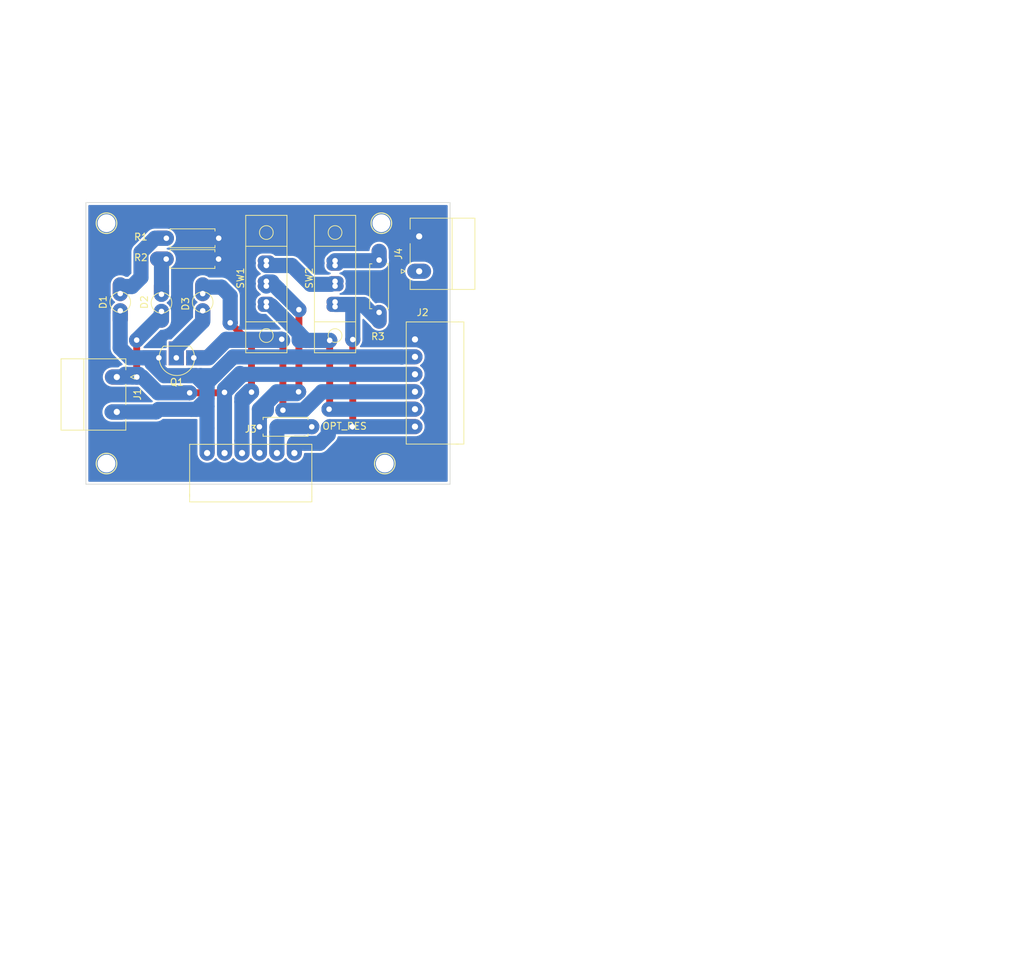
<source format=kicad_pcb>
(kicad_pcb (version 20171130) (host pcbnew "(5.1.6)-1")

  (general
    (thickness 1.6)
    (drawings 35)
    (tracks 175)
    (zones 0)
    (modules 19)
    (nets 16)
  )

  (page A4)
  (layers
    (0 F.Cu signal)
    (31 B.Cu signal)
    (32 B.Adhes user)
    (33 F.Adhes user)
    (34 B.Paste user)
    (35 F.Paste user)
    (36 B.SilkS user)
    (37 F.SilkS user)
    (38 B.Mask user)
    (39 F.Mask user)
    (40 Dwgs.User user)
    (41 Cmts.User user)
    (42 Eco1.User user)
    (43 Eco2.User user)
    (44 Edge.Cuts user)
    (45 Margin user)
    (46 B.CrtYd user)
    (47 F.CrtYd user)
    (48 B.Fab user hide)
    (49 F.Fab user)
  )

  (setup
    (last_trace_width 2.2)
    (user_trace_width 1)
    (user_trace_width 1.5)
    (user_trace_width 2.2)
    (trace_clearance 0.2)
    (zone_clearance 0.508)
    (zone_45_only no)
    (trace_min 0.2)
    (via_size 0.8)
    (via_drill 0.4)
    (via_min_size 0.4)
    (via_min_drill 0.3)
    (user_via 2.2 0.8)
    (uvia_size 0.3)
    (uvia_drill 0.1)
    (uvias_allowed no)
    (uvia_min_size 0.2)
    (uvia_min_drill 0.1)
    (edge_width 0.1)
    (segment_width 0.2)
    (pcb_text_width 0.3)
    (pcb_text_size 1.5 1.5)
    (mod_edge_width 0.15)
    (mod_text_size 1 1)
    (mod_text_width 0.15)
    (pad_size 3.47 2.2)
    (pad_drill 0.8)
    (pad_to_mask_clearance 0)
    (aux_axis_origin 62 95.5)
    (grid_origin 62 95.5)
    (visible_elements 7FFFFFFF)
    (pcbplotparams
      (layerselection 0x010fc_ffffffff)
      (usegerberextensions false)
      (usegerberattributes true)
      (usegerberadvancedattributes true)
      (creategerberjobfile true)
      (excludeedgelayer true)
      (linewidth 0.100000)
      (plotframeref false)
      (viasonmask false)
      (mode 1)
      (useauxorigin false)
      (hpglpennumber 1)
      (hpglpenspeed 20)
      (hpglpendiameter 15.000000)
      (psnegative false)
      (psa4output false)
      (plotreference true)
      (plotvalue true)
      (plotinvisibletext false)
      (padsonsilk false)
      (subtractmaskfromsilk false)
      (outputformat 1)
      (mirror false)
      (drillshape 1)
      (scaleselection 1)
      (outputdirectory ""))
  )

  (net 0 "")
  (net 1 "Net-(D1-Pad1)")
  (net 2 FAN_DIODE+)
  (net 3 "Net-(D2-Pad1)")
  (net 4 FAN-)
  (net 5 DIODE-)
  (net 6 "Net-(D3-Pad2)")
  (net 7 GND)
  (net 8 DIAG_DIODE)
  (net 9 C2)
  (net 10 P)
  (net 11 T)
  (net 12 C)
  (net 13 "Net-(R3-Pad2)")
  (net 14 "Net-(SW1-Pad3)")
  (net 15 "Net-(J4-Pad1)")

  (net_class Default "This is the default net class."
    (clearance 0.2)
    (trace_width 0.25)
    (via_dia 0.8)
    (via_drill 0.4)
    (uvia_dia 0.3)
    (uvia_drill 0.1)
    (add_net C)
    (add_net C2)
    (add_net DIAG_DIODE)
    (add_net DIODE-)
    (add_net FAN-)
    (add_net FAN_DIODE+)
    (add_net GND)
    (add_net "Net-(D1-Pad1)")
    (add_net "Net-(D2-Pad1)")
    (add_net "Net-(D3-Pad2)")
    (add_net "Net-(J4-Pad1)")
    (add_net "Net-(R3-Pad2)")
    (add_net "Net-(SW1-Pad3)")
    (add_net P)
    (add_net T)
  )

  (module 0_my_footprints2:myJST6_right (layer F.Cu) (tedit 66CCFF83) (tstamp 66CD62BB)
    (at 109.89 87.12 90)
    (descr "JST XH series connector, S6B-XH-A (http://www.jst-mfg.com/product/pdf/eng/eXH.pdf), generated with kicad-footprint-generator")
    (tags "connector JST XH horizontal")
    (path /66CD06CD)
    (fp_text reference J2 (at 16.62 1.11 180) (layer F.SilkS)
      (effects (font (size 1 1) (thickness 0.15)))
    )
    (fp_text value CONTROLLER (at 6.35 10.4 90) (layer F.Fab)
      (effects (font (size 1 1) (thickness 0.15)))
    )
    (fp_text user %R (at 16.62 3.11 180) (layer F.Fab)
      (effects (font (size 1 1) (thickness 0.15)))
    )
    (fp_line (start -1.27 -1.27) (end 15.24 -1.27) (layer F.SilkS) (width 0.12))
    (fp_line (start 15.24 -1.27) (end 15.24 6.35) (layer F.SilkS) (width 0.12))
    (fp_line (start -2.54 6.35) (end -2.54 -1.27) (layer F.SilkS) (width 0.12))
    (fp_line (start -2.54 -1.27) (end -1.27 -1.27) (layer F.SilkS) (width 0.12))
    (fp_line (start 15.24 6.35) (end 15.24 7.112) (layer F.SilkS) (width 0.12))
    (fp_line (start 15.24 7.112) (end -2.54 7.112) (layer F.SilkS) (width 0.12))
    (fp_line (start -2.54 7.112) (end -2.54 5.969) (layer F.SilkS) (width 0.12))
    (fp_line (start -2.286 -0.381) (end 14.986 -0.381) (layer F.Fab) (width 0.12))
    (fp_line (start 14.986 -0.381) (end 14.986 6.858) (layer F.Fab) (width 0.12))
    (fp_line (start 14.986 6.858) (end -2.286 6.858) (layer F.Fab) (width 0.12))
    (fp_line (start -2.286 6.858) (end -2.286 -0.381) (layer F.Fab) (width 0.12))
    (pad 6 thru_hole oval (at 12.7 0 90) (size 2.2 3.47) (drill 0.9 (offset 0 -0.635)) (layers *.Cu *.Mask)
      (net 7 GND))
    (pad 5 thru_hole oval (at 10.16 0 90) (size 2.2 3.47) (drill 0.9 (offset 0 -0.635)) (layers *.Cu *.Mask)
      (net 2 FAN_DIODE+))
    (pad 4 thru_hole oval (at 7.62 0 90) (size 2.2 3.47) (drill 0.9 (offset 0 -0.635)) (layers *.Cu *.Mask)
      (net 4 FAN-))
    (pad 3 thru_hole oval (at 5.08 0 90) (size 2.2 3.47) (drill 0.9 (offset 0 -0.635)) (layers *.Cu *.Mask)
      (net 8 DIAG_DIODE))
    (pad 2 thru_hole oval (at 2.54 0 90) (size 2.2 3.47) (drill 0.9 (offset 0 -0.635)) (layers *.Cu *.Mask)
      (net 9 C2))
    (pad 1 thru_hole oval (at 0 0 90) (size 2.2 3.47) (drill 0.9 (offset 0 -0.635)) (layers *.Cu *.Mask)
      (net 11 T))
    (model C:/src/kiCad/libraries/my_3d_files/JST_XH_2_54_right_angle.stp
      (offset (xyz 6.35 0.3 3))
      (scale (xyz 1 1 1))
      (rotate (xyz 0 0 180))
    )
  )

  (module 0_my_footprints:myResistor (layer F.Cu) (tedit 663A7FBA) (tstamp 66CC1C70)
    (at 87.25 87.15)
    (descr "Resistor, Axial_DIN0207 series, Axial, Horizontal, pin pitch=7.62mm, 0.25W = 1/4W, length*diameter=6.3*2.5mm^2, http://cdn-reichelt.de/documents/datenblatt/B400/1_4W%23YAG.pdf")
    (tags "Resistor Axial_DIN0207 series Axial Horizontal pin pitch 7.62mm 0.25W = 1/4W length 6.3mm diameter 2.5mm")
    (fp_text reference OPT_RES (at 12.4 -0.1) (layer F.SilkS)
      (effects (font (size 1 1) (thickness 0.15)))
    )
    (fp_text value myResistor (at 3.81 2.37) (layer B.Fab)
      (effects (font (size 1 1) (thickness 0.15)) (justify mirror))
    )
    (fp_line (start 0.66 -1.25) (end 0.66 1.25) (layer F.Fab) (width 0.1))
    (fp_line (start 0.66 1.25) (end 6.96 1.25) (layer F.Fab) (width 0.1))
    (fp_line (start 6.96 1.25) (end 6.96 -1.25) (layer F.Fab) (width 0.1))
    (fp_line (start 6.96 -1.25) (end 0.66 -1.25) (layer F.Fab) (width 0.1))
    (fp_line (start 0 0) (end 0.66 0) (layer F.Fab) (width 0.1))
    (fp_line (start 7.62 0) (end 6.96 0) (layer F.Fab) (width 0.1))
    (fp_line (start 0.54 -1.04) (end 0.54 -1.37) (layer F.SilkS) (width 0.12))
    (fp_line (start 0.54 -1.37) (end 7.08 -1.37) (layer F.SilkS) (width 0.12))
    (fp_line (start 7.08 -1.37) (end 7.08 -1.04) (layer F.SilkS) (width 0.12))
    (fp_line (start 0.54 1.04) (end 0.54 1.37) (layer F.SilkS) (width 0.12))
    (fp_line (start 0.54 1.37) (end 7.08 1.37) (layer F.SilkS) (width 0.12))
    (fp_line (start 7.08 1.37) (end 7.08 1.04) (layer F.SilkS) (width 0.12))
    (fp_line (start -1.05 -1.5) (end -1.05 1.5) (layer F.CrtYd) (width 0.05))
    (fp_line (start -1.05 1.5) (end 8.67 1.5) (layer F.CrtYd) (width 0.05))
    (fp_line (start 8.67 1.5) (end 8.67 -1.5) (layer F.CrtYd) (width 0.05))
    (fp_line (start 8.67 -1.5) (end -1.05 -1.5) (layer F.CrtYd) (width 0.05))
    (fp_text user 10K? (at 3.81 0) (layer F.Fab)
      (effects (font (size 1 1) (thickness 0.15)))
    )
    (pad 2 thru_hole circle (at 7.62 0) (size 2.2 2.2) (drill 0.8) (layers *.Cu *.Mask))
    (pad 1 thru_hole circle (at 0 0) (size 2.2 2.2) (drill 0.8) (layers *.Cu *.Mask))
    (model ${KISYS3DMOD}/Resistor_THT.3dshapes/R_Axial_DIN0207_L6.3mm_D2.5mm_P7.62mm_Horizontal.wrl
      (at (xyz 0 0 0))
      (scale (xyz 1 1 1))
      (rotate (xyz 0 0 0))
    )
  )

  (module "" (layer F.Cu) (tedit 0) (tstamp 0)
    (at 92.8 72.9)
    (fp_text reference "" (at 105.5 92.5) (layer F.SilkS)
      (effects (font (size 1.27 1.27) (thickness 0.15)))
    )
    (fp_text value "" (at 105.5 92.5) (layer F.SilkS)
      (effects (font (size 1.27 1.27) (thickness 0.15)))
    )
  )

  (module 0_my_footprints:myMountingHole_2.0mm (layer F.Cu) (tedit 669BED6D) (tstamp 66CC05AB)
    (at 105.5 92.5)
    (descr "Mounting Hole 2.5mm, no annular")
    (tags "mounting hole 2.5mm no annular")
    (attr virtual)
    (fp_text reference REF** (at 0 -3.5) (layer B.Fab)
      (effects (font (size 1 1) (thickness 0.15)))
    )
    (fp_text value myMountingHole_2.0mm (at 0 3.5) (layer B.Fab)
      (effects (font (size 1 1) (thickness 0.15)))
    )
    (fp_circle (center 0 0) (end 1.5 0) (layer F.SilkS) (width 0.15))
    (pad "" np_thru_hole circle (at 0 0) (size 2 2) (drill 2) (layers *.Cu *.Mask))
  )

  (module 0_my_footprints:myMountingHole_2.0mm (layer F.Cu) (tedit 669BED6D) (tstamp 66CC04EA)
    (at 105 57.5)
    (descr "Mounting Hole 2.5mm, no annular")
    (tags "mounting hole 2.5mm no annular")
    (attr virtual)
    (fp_text reference REF** (at 0 -3.5) (layer B.Fab)
      (effects (font (size 1 1) (thickness 0.15)))
    )
    (fp_text value myMountingHole_2.0mm (at 0 3.5) (layer B.Fab)
      (effects (font (size 1 1) (thickness 0.15)))
    )
    (fp_circle (center 0 0) (end 1.5 0) (layer F.SilkS) (width 0.15))
    (pad "" np_thru_hole circle (at 0 0) (size 2 2) (drill 2) (layers *.Cu *.Mask))
  )

  (module 0_my_footprints:myMountingHole_2.0mm (layer F.Cu) (tedit 669BED6D) (tstamp 66CC04EA)
    (at 65 57.5)
    (descr "Mounting Hole 2.5mm, no annular")
    (tags "mounting hole 2.5mm no annular")
    (attr virtual)
    (fp_text reference REF** (at 0 -3.5) (layer B.Fab)
      (effects (font (size 1 1) (thickness 0.15)))
    )
    (fp_text value myMountingHole_2.0mm (at 0 3.5) (layer B.Fab)
      (effects (font (size 1 1) (thickness 0.15)))
    )
    (fp_circle (center 0 0) (end 1.5 0) (layer F.SilkS) (width 0.15))
    (pad "" np_thru_hole circle (at 0 0) (size 2 2) (drill 2) (layers *.Cu *.Mask))
  )

  (module 0_my_footprints:myMountingHole_2.0mm (layer F.Cu) (tedit 669BED6D) (tstamp 66CC04E9)
    (at 65 92.5)
    (descr "Mounting Hole 2.5mm, no annular")
    (tags "mounting hole 2.5mm no annular")
    (attr virtual)
    (fp_text reference REF** (at 0 -3.5) (layer B.Fab)
      (effects (font (size 1 1) (thickness 0.15)))
    )
    (fp_text value myMountingHole_2.0mm (at 0 3.5) (layer B.Fab)
      (effects (font (size 1 1) (thickness 0.15)))
    )
    (fp_circle (center 0 0) (end 1.5 0) (layer F.SilkS) (width 0.15))
    (pad "" np_thru_hole circle (at 0 0) (size 2 2) (drill 2) (layers *.Cu *.Mask))
  )

  (module 0_my_footprints2:SlideSPDT_small (layer F.Cu) (tedit 66CB87B9) (tstamp 66CB86F6)
    (at 88.26 66.36 90)
    (descr "Blue SPDT Toggle Switch")
    (path /66D9908E)
    (fp_text reference SW1 (at 0.86 -3.76 90) (layer F.SilkS)
      (effects (font (size 1 1) (thickness 0.15)))
    )
    (fp_text value OVERRIDE (at 0 -3.76 90) (layer F.Fab)
      (effects (font (size 1 1) (thickness 0.15)))
    )
    (fp_line (start 0 -3) (end -10 -3) (layer F.SilkS) (width 0.12))
    (fp_line (start -10 -3) (end -10 3) (layer F.SilkS) (width 0.12))
    (fp_line (start -10 3) (end 10 3) (layer F.SilkS) (width 0.12))
    (fp_line (start 10 3) (end 10 -3) (layer F.SilkS) (width 0.12))
    (fp_line (start 10 -3) (end 0 -3) (layer F.SilkS) (width 0.12))
    (fp_line (start -5.5 -3) (end -5.5 3) (layer F.SilkS) (width 0.12))
    (fp_line (start 5.5 -3) (end 5.5 3) (layer F.SilkS) (width 0.12))
    (fp_circle (center 7.5 0) (end 7.5 -1) (layer F.SilkS) (width 0.12))
    (fp_circle (center -7.5 0) (end -7.5 -1) (layer F.SilkS) (width 0.12))
    (pad 3 thru_hole oval (at 2.7 0 90) (size 1.5 2.5) (drill 0.8) (layers *.Cu *.Mask)
      (net 14 "Net-(SW1-Pad3)"))
    (pad 3 thru_hole oval (at 3.4 0 90) (size 1.5 2.5) (drill 0.8) (layers *.Cu *.Mask)
      (net 14 "Net-(SW1-Pad3)"))
    (pad 1 thru_hole oval (at -3.3 0 90) (size 1.5 2.5) (drill 0.8) (layers *.Cu *.Mask)
      (net 9 C2))
    (pad 1 thru_hole oval (at -2.6 0 90) (size 1.5 2.5) (drill 0.8) (layers *.Cu *.Mask)
      (net 9 C2))
    (pad 2 thru_hole oval (at 0.4 0 90) (size 1.5 2.5) (drill 0.8) (layers *.Cu *.Mask)
      (net 12 C))
    (pad 2 thru_hole oval (at -0.3 0 90) (size 1.5 2.5) (drill 0.8) (layers *.Cu *.Mask)
      (net 12 C))
    (model C:/src/kiCad/libraries/my_3d_files/slide_switch_small.step
      (offset (xyz 0 0 4.8))
      (scale (xyz 1 1 1))
      (rotate (xyz 0 0 0))
    )
  )

  (module 0_my_footprints2:SlideSPDT_small (layer F.Cu) (tedit 66CB87B9) (tstamp 66CB8709)
    (at 98.26 66.36 90)
    (descr "Blue SPDT Toggle Switch")
    (path /66D9CEE6)
    (fp_text reference SW2 (at 0.86 -3.76 90) (layer F.SilkS)
      (effects (font (size 1 1) (thickness 0.15)))
    )
    (fp_text value LOW/HIGH (at -0.04 -3.86 90) (layer F.Fab)
      (effects (font (size 1 1) (thickness 0.15)))
    )
    (fp_line (start 0 -3) (end -10 -3) (layer F.SilkS) (width 0.12))
    (fp_line (start -10 -3) (end -10 3) (layer F.SilkS) (width 0.12))
    (fp_line (start -10 3) (end 10 3) (layer F.SilkS) (width 0.12))
    (fp_line (start 10 3) (end 10 -3) (layer F.SilkS) (width 0.12))
    (fp_line (start 10 -3) (end 0 -3) (layer F.SilkS) (width 0.12))
    (fp_line (start -5.5 -3) (end -5.5 3) (layer F.SilkS) (width 0.12))
    (fp_line (start 5.5 -3) (end 5.5 3) (layer F.SilkS) (width 0.12))
    (fp_circle (center 7.5 0) (end 7.5 -1) (layer F.SilkS) (width 0.12))
    (fp_circle (center -7.5 0) (end -7.5 -1) (layer F.SilkS) (width 0.12))
    (pad 3 thru_hole oval (at 2.7 0 90) (size 1.5 2.5) (drill 0.8) (layers *.Cu *.Mask)
      (net 13 "Net-(R3-Pad2)"))
    (pad 3 thru_hole oval (at 3.4 0 90) (size 1.5 2.5) (drill 0.8) (layers *.Cu *.Mask)
      (net 13 "Net-(R3-Pad2)"))
    (pad 1 thru_hole oval (at -3.3 0 90) (size 1.5 2.5) (drill 0.8) (layers *.Cu *.Mask)
      (net 11 T))
    (pad 1 thru_hole oval (at -2.6 0 90) (size 1.5 2.5) (drill 0.8) (layers *.Cu *.Mask)
      (net 11 T))
    (pad 2 thru_hole oval (at 0.4 0 90) (size 1.5 2.5) (drill 0.8) (layers *.Cu *.Mask)
      (net 14 "Net-(SW1-Pad3)"))
    (pad 2 thru_hole oval (at -0.3 0 90) (size 1.5 2.5) (drill 0.8) (layers *.Cu *.Mask)
      (net 14 "Net-(SW1-Pad3)"))
    (model C:/src/kiCad/libraries/my_3d_files/slide_switch_small.step
      (offset (xyz 0 0 4.8))
      (scale (xyz 1 1 1))
      (rotate (xyz 0 0 0))
    )
  )

  (module 0_my_footprints2:led_small_green (layer F.Cu) (tedit 66CB7F97) (tstamp 66CB8614)
    (at 67 69 270)
    (descr "led with bigger pads")
    (path /66C8152F)
    (fp_text reference D1 (at 0 2.5 90) (layer F.SilkS)
      (effects (font (size 1 1) (thickness 0.15)))
    )
    (fp_text value GREEN (at 0.2 2.6 90) (layer F.Fab)
      (effects (font (size 1 1) (thickness 0.15)))
    )
    (fp_circle (center 0 0) (end 0 -1.5) (layer F.SilkS) (width 0.12))
    (fp_circle (center 0 0) (end 0 -1.7) (layer F.CrtYd) (width 0.12))
    (pad 1 thru_hole oval (at -1.25 0 270) (size 3.47 2.2) (drill 0.8 (offset -0.635 0)) (layers *.Cu *.Mask)
      (net 1 "Net-(D1-Pad1)"))
    (pad 2 thru_hole oval (at 1.25 0 270) (size 3.47 2.2) (drill 0.8 (offset 0.635 0)) (layers *.Cu *.Mask)
      (net 2 FAN_DIODE+))
    (model C:/src/kiCad/libraries/my_3d_files/led_small_green.step
      (at (xyz 0 0 0))
      (scale (xyz 1 1 1))
      (rotate (xyz 0 0 0))
    )
  )

  (module 0_my_footprints2:led_small_yellow (layer F.Cu) (tedit 66CB7FCE) (tstamp 66CB861C)
    (at 73 69.1 270)
    (descr "led with bigger pads")
    (path /66CA8024)
    (fp_text reference D2 (at -0.1 2.5 90) (layer F.SilkS)
      (effects (font (size 1 1) (thickness 0.15)))
    )
    (fp_text value YELLOW (at 0 2.6 90) (layer F.Fab)
      (effects (font (size 1 1) (thickness 0.15)))
    )
    (fp_circle (center 0 0) (end 0 -1.5) (layer F.SilkS) (width 0.12))
    (fp_circle (center 0 0) (end 0 -1.7) (layer F.CrtYd) (width 0.12))
    (pad 1 thru_hole oval (at -1.25 0 270) (size 3.47 2.2) (drill 0.8 (offset -0.635 0)) (layers *.Cu *.Mask)
      (net 3 "Net-(D2-Pad1)"))
    (pad 2 thru_hole oval (at 1.25 0 270) (size 3.47 2.2) (drill 0.8 (offset 0.635 0)) (layers *.Cu *.Mask)
      (net 4 FAN-))
    (model C:/src/kiCad/libraries/my_3d_files/led_small_yellow.step
      (at (xyz 0 0 0))
      (scale (xyz 1 1 1))
      (rotate (xyz 0 0 0))
    )
  )

  (module 0_my_footprints2:led_small_red (layer F.Cu) (tedit 66CB7F71) (tstamp 66CB8624)
    (at 79 69 270)
    (descr "led with bigger pads")
    (path /66CAA16D)
    (fp_text reference D3 (at 0.25 2.5 90) (layer F.SilkS)
      (effects (font (size 1 1) (thickness 0.15)))
    )
    (fp_text value RED (at 0 2.7 90) (layer F.Fab)
      (effects (font (size 1 1) (thickness 0.15)))
    )
    (fp_circle (center 0 0) (end 0 -1.5) (layer F.SilkS) (width 0.12))
    (fp_circle (center 0 0) (end 0 -1.7) (layer F.CrtYd) (width 0.12))
    (pad 1 thru_hole oval (at -1.25 0 270) (size 3.47 2.2) (drill 0.8 (offset -0.635 0)) (layers *.Cu *.Mask)
      (net 5 DIODE-))
    (pad 2 thru_hole oval (at 1.25 0 270) (size 3.47 2.2) (drill 0.8 (offset 0.635 0)) (layers *.Cu *.Mask)
      (net 6 "Net-(D3-Pad2)"))
    (model C:/src/kiCad/libraries/my_3d_files/led_small_red.step
      (at (xyz 0 0 0))
      (scale (xyz 1 1 1))
      (rotate (xyz 0 0 0))
    )
  )

  (module Connector_Phoenix_MC_HighVoltage:PhoenixContact_MC_1,5_2-G-5.08_1x02_P5.08mm_Horizontal (layer F.Cu) (tedit 66CB9692) (tstamp 66CB863F)
    (at 66.5 79.9 270)
    (descr "Generic Phoenix Contact connector footprint for: MC_1,5/2-G-5.08; number of pins: 02; pin pitch: 5.08mm; Angled || order number: 1836189 8A 320V")
    (tags "phoenix_contact connector MC_01x02_G_5.08mm")
    (path /66C6C947)
    (fp_text reference J1 (at 2.54 -3 90) (layer F.SilkS)
      (effects (font (size 1 1) (thickness 0.15)))
    )
    (fp_text value FAN (at 2.54 9.2 90) (layer F.Fab)
      (effects (font (size 1 1) (thickness 0.15)))
    )
    (fp_line (start -2.65 -1.31) (end -2.65 8.11) (layer F.SilkS) (width 0.12))
    (fp_line (start -2.65 8.11) (end 7.73 8.11) (layer F.SilkS) (width 0.12))
    (fp_line (start 7.73 8.11) (end 7.73 -1.31) (layer F.SilkS) (width 0.12))
    (fp_line (start -2.65 -1.31) (end -1.05 -1.31) (layer F.SilkS) (width 0.12))
    (fp_line (start 7.73 -1.31) (end 6.13 -1.31) (layer F.SilkS) (width 0.12))
    (fp_line (start 1.05 -1.31) (end 4.03 -1.31) (layer F.SilkS) (width 0.12))
    (fp_line (start -2.54 -1.2) (end -2.54 8) (layer F.Fab) (width 0.1))
    (fp_line (start -2.54 8) (end 7.62 8) (layer F.Fab) (width 0.1))
    (fp_line (start 7.62 8) (end 7.62 -1.2) (layer F.Fab) (width 0.1))
    (fp_line (start 7.62 -1.2) (end -2.54 -1.2) (layer F.Fab) (width 0.1))
    (fp_line (start -2.65 4.8) (end 7.73 4.8) (layer F.SilkS) (width 0.12))
    (fp_line (start -3.15 -2.3) (end -3.15 8.5) (layer F.CrtYd) (width 0.05))
    (fp_line (start -3.15 8.5) (end 8.12 8.5) (layer F.CrtYd) (width 0.05))
    (fp_line (start 8.12 8.5) (end 8.12 -2.3) (layer F.CrtYd) (width 0.05))
    (fp_line (start 8.12 -2.3) (end -3.15 -2.3) (layer F.CrtYd) (width 0.05))
    (fp_line (start 0.3 -2.6) (end 0 -2) (layer F.SilkS) (width 0.12))
    (fp_line (start 0 -2) (end -0.3 -2.6) (layer F.SilkS) (width 0.12))
    (fp_line (start -0.3 -2.6) (end 0.3 -2.6) (layer F.SilkS) (width 0.12))
    (fp_line (start 0.8 -1.2) (end 0 0) (layer F.Fab) (width 0.1))
    (fp_line (start 0 0) (end -0.8 -1.2) (layer F.Fab) (width 0.1))
    (fp_text user %R (at 2.54 -0.5 90) (layer F.Fab)
      (effects (font (size 1 1) (thickness 0.15)))
    )
    (pad 1 thru_hole oval (at 0 0 270) (size 2.2 3.47) (drill 0.9) (layers *.Cu *.Mask)
      (net 4 FAN-))
    (pad 2 thru_hole oval (at 5.08 0 270) (size 2.2 3.47) (drill 0.9) (layers *.Cu *.Mask)
      (net 2 FAN_DIODE+))
    (model ${KISYS3DMOD}/Connector_Phoenix_MC_HighVoltage.3dshapes/PhoenixContact_MC_1,5_2-G-5.08_1x02_P5.08mm_Horizontal.wrl
      (at (xyz 0 0 0))
      (scale (xyz 1 1 1))
      (rotate (xyz 0 0 0))
    )
  )

  (module 0_my_footprints2:transistor (layer F.Cu) (tedit 66CBC5AD) (tstamp 66CB869E)
    (at 77.7 77.1 180)
    (descr "transistor with bigger pads")
    (path /66D60766)
    (fp_text reference Q1 (at 2.46 -3.56) (layer F.SilkS)
      (effects (font (size 1 1) (thickness 0.15)))
    )
    (fp_text value "BC557 PNP" (at 2.46 2.79) (layer F.Fab)
      (effects (font (size 1 1) (thickness 0.15)))
    )
    (fp_line (start 0.52 1.7) (end 4.37 1.7) (layer F.SilkS) (width 0.12))
    (fp_line (start 0.57 1.6) (end 4.32 1.6) (layer F.Fab) (width 0.1))
    (fp_line (start 0 -2.75) (end 5.22 -2.75) (layer F.CrtYd) (width 0.05))
    (fp_line (start 0 -2.75) (end 0 1.85) (layer F.CrtYd) (width 0.05))
    (fp_line (start 5.22 1.85) (end 5.22 -2.75) (layer F.CrtYd) (width 0.05))
    (fp_line (start 5.22 1.85) (end 0 1.85) (layer F.CrtYd) (width 0.05))
    (fp_text user %R (at 2.46 -3.56) (layer F.Fab)
      (effects (font (size 1 1) (thickness 0.15)))
    )
    (fp_arc (start 2.46 0) (end 0.52 1.7) (angle 262.164354) (layer F.SilkS) (width 0.12))
    (fp_arc (start 2.46 0) (end 2.46 -2.48) (angle 129.9527847) (layer F.Fab) (width 0.1))
    (fp_arc (start 2.46 0) (end 2.46 -2.48) (angle -130.2499344) (layer F.Fab) (width 0.1))
    (pad 2 thru_hole rect (at 2.54 0 180) (size 2.2 3.47) (drill 0.8 (offset 0 0.635)) (layers *.Cu *.Mask)
      (net 6 "Net-(D3-Pad2)"))
    (pad 3 thru_hole rect (at 5.08 0 180) (size 3.47 2.2) (drill 0.8 (offset 0.635 0)) (layers *.Cu *.Mask)
      (net 2 FAN_DIODE+))
    (pad 1 thru_hole rect (at 0 0 180) (size 3.47 2.2) (drill 0.8 (offset -0.635 0)) (layers *.Cu *.Mask)
      (net 8 DIAG_DIODE))
    (model ${KISYS3DMOD}/Package_TO_SOT_THT.3dshapes/TO-92L_Inline_Wide.wrl
      (at (xyz 0 0 0))
      (scale (xyz 1 1 1))
      (rotate (xyz 0 0 0))
    )
  )

  (module 0_my_footprints2:resistor (layer F.Cu) (tedit 663A806F) (tstamp 66CB86B5)
    (at 81.33 59.69 180)
    (descr "resistor with bigger pads")
    (path /66C81EEA)
    (fp_text reference R1 (at 11.33 0.19) (layer F.SilkS)
      (effects (font (size 1 1) (thickness 0.15)))
    )
    (fp_text value 1K (at 4 0) (layer F.Fab)
      (effects (font (size 1 1) (thickness 0.15)))
    )
    (fp_line (start 8.67 -1.5) (end -1.05 -1.5) (layer F.CrtYd) (width 0.05))
    (fp_line (start 8.67 1.5) (end 8.67 -1.5) (layer F.CrtYd) (width 0.05))
    (fp_line (start -1.05 1.5) (end 8.67 1.5) (layer F.CrtYd) (width 0.05))
    (fp_line (start -1.05 -1.5) (end -1.05 1.5) (layer F.CrtYd) (width 0.05))
    (fp_line (start 7.08 1.37) (end 7.08 1.04) (layer F.SilkS) (width 0.12))
    (fp_line (start 0.54 1.37) (end 7.08 1.37) (layer F.SilkS) (width 0.12))
    (fp_line (start 0.54 1.04) (end 0.54 1.37) (layer F.SilkS) (width 0.12))
    (fp_line (start 7.08 -1.37) (end 7.08 -1.04) (layer F.SilkS) (width 0.12))
    (fp_line (start 0.54 -1.37) (end 7.08 -1.37) (layer F.SilkS) (width 0.12))
    (fp_line (start 0.54 -1.04) (end 0.54 -1.37) (layer F.SilkS) (width 0.12))
    (fp_line (start 7.62 0) (end 6.96 0) (layer F.Fab) (width 0.1))
    (fp_line (start 0 0) (end 0.66 0) (layer F.Fab) (width 0.1))
    (fp_line (start 6.96 -1.25) (end 0.66 -1.25) (layer F.Fab) (width 0.1))
    (fp_line (start 6.96 1.25) (end 6.96 -1.25) (layer F.Fab) (width 0.1))
    (fp_line (start 0.66 1.25) (end 6.96 1.25) (layer F.Fab) (width 0.1))
    (fp_line (start 0.66 -1.25) (end 0.66 1.25) (layer F.Fab) (width 0.1))
    (fp_text user %R (at 3.81 0) (layer F.Fab) hide
      (effects (font (size 1 1) (thickness 0.15)))
    )
    (pad 1 thru_hole oval (at 0 0 180) (size 3.47 2.2) (drill 0.8 (offset -0.635 0)) (layers *.Cu *.Mask)
      (net 7 GND))
    (pad 2 thru_hole oval (at 7.62 0 180) (size 3.47 2.2) (drill 0.8 (offset 0.635 0)) (layers *.Cu *.Mask)
      (net 1 "Net-(D1-Pad1)"))
    (model ${KISYS3DMOD}/Resistor_THT.3dshapes/R_Axial_DIN0207_L6.3mm_D2.5mm_P7.62mm_Horizontal.wrl
      (at (xyz 0 0 0))
      (scale (xyz 1 1 1))
      (rotate (xyz 0 0 0))
    )
  )

  (module 0_my_footprints2:resistor (layer F.Cu) (tedit 663A806F) (tstamp 66CB86CC)
    (at 81.31 62.72 180)
    (descr "resistor with bigger pads")
    (path /66CA801E)
    (fp_text reference R2 (at 11.31 0.22) (layer F.SilkS)
      (effects (font (size 1 1) (thickness 0.15)))
    )
    (fp_text value 1.2K (at 3.43 0.214999) (layer F.Fab)
      (effects (font (size 1 1) (thickness 0.15)))
    )
    (fp_line (start 0.66 -1.25) (end 0.66 1.25) (layer F.Fab) (width 0.1))
    (fp_line (start 0.66 1.25) (end 6.96 1.25) (layer F.Fab) (width 0.1))
    (fp_line (start 6.96 1.25) (end 6.96 -1.25) (layer F.Fab) (width 0.1))
    (fp_line (start 6.96 -1.25) (end 0.66 -1.25) (layer F.Fab) (width 0.1))
    (fp_line (start 0 0) (end 0.66 0) (layer F.Fab) (width 0.1))
    (fp_line (start 7.62 0) (end 6.96 0) (layer F.Fab) (width 0.1))
    (fp_line (start 0.54 -1.04) (end 0.54 -1.37) (layer F.SilkS) (width 0.12))
    (fp_line (start 0.54 -1.37) (end 7.08 -1.37) (layer F.SilkS) (width 0.12))
    (fp_line (start 7.08 -1.37) (end 7.08 -1.04) (layer F.SilkS) (width 0.12))
    (fp_line (start 0.54 1.04) (end 0.54 1.37) (layer F.SilkS) (width 0.12))
    (fp_line (start 0.54 1.37) (end 7.08 1.37) (layer F.SilkS) (width 0.12))
    (fp_line (start 7.08 1.37) (end 7.08 1.04) (layer F.SilkS) (width 0.12))
    (fp_line (start -1.05 -1.5) (end -1.05 1.5) (layer F.CrtYd) (width 0.05))
    (fp_line (start -1.05 1.5) (end 8.67 1.5) (layer F.CrtYd) (width 0.05))
    (fp_line (start 8.67 1.5) (end 8.67 -1.5) (layer F.CrtYd) (width 0.05))
    (fp_line (start 8.67 -1.5) (end -1.05 -1.5) (layer F.CrtYd) (width 0.05))
    (fp_text user %R (at 3.81 -0.785001) (layer F.Fab) hide
      (effects (font (size 1 1) (thickness 0.15)))
    )
    (pad 2 thru_hole oval (at 7.62 0 180) (size 3.47 2.2) (drill 0.8 (offset 0.635 0)) (layers *.Cu *.Mask)
      (net 3 "Net-(D2-Pad1)"))
    (pad 1 thru_hole oval (at 0 0 180) (size 3.47 2.2) (drill 0.8 (offset -0.635 0)) (layers *.Cu *.Mask)
      (net 7 GND))
    (model ${KISYS3DMOD}/Resistor_THT.3dshapes/R_Axial_DIN0207_L6.3mm_D2.5mm_P7.62mm_Horizontal.wrl
      (at (xyz 0 0 0))
      (scale (xyz 1 1 1))
      (rotate (xyz 0 0 0))
    )
  )

  (module 0_my_footprints2:resistor (layer F.Cu) (tedit 663A806F) (tstamp 66CB86E3)
    (at 104.67 70.49 90)
    (descr "resistor with bigger pads")
    (path /66CCE3FF)
    (fp_text reference R3 (at -3.51 -0.17 180) (layer F.SilkS)
      (effects (font (size 1 1) (thickness 0.15)))
    )
    (fp_text value 1.5K (at 3.81 0.164999 90) (layer F.Fab)
      (effects (font (size 1 1) (thickness 0.15)))
    )
    (fp_line (start 8.67 -1.5) (end -1.05 -1.5) (layer F.CrtYd) (width 0.05))
    (fp_line (start 8.67 1.5) (end 8.67 -1.5) (layer F.CrtYd) (width 0.05))
    (fp_line (start -1.05 1.5) (end 8.67 1.5) (layer F.CrtYd) (width 0.05))
    (fp_line (start -1.05 -1.5) (end -1.05 1.5) (layer F.CrtYd) (width 0.05))
    (fp_line (start 7.08 1.37) (end 7.08 1.04) (layer F.SilkS) (width 0.12))
    (fp_line (start 0.54 1.37) (end 7.08 1.37) (layer F.SilkS) (width 0.12))
    (fp_line (start 0.54 1.04) (end 0.54 1.37) (layer F.SilkS) (width 0.12))
    (fp_line (start 7.08 -1.37) (end 7.08 -1.04) (layer F.SilkS) (width 0.12))
    (fp_line (start 0.54 -1.37) (end 7.08 -1.37) (layer F.SilkS) (width 0.12))
    (fp_line (start 0.54 -1.04) (end 0.54 -1.37) (layer F.SilkS) (width 0.12))
    (fp_line (start 7.62 0) (end 6.96 0) (layer F.Fab) (width 0.1))
    (fp_line (start 0 0) (end 0.66 0) (layer F.Fab) (width 0.1))
    (fp_line (start 6.96 -1.25) (end 0.66 -1.25) (layer F.Fab) (width 0.1))
    (fp_line (start 6.96 1.25) (end 6.96 -1.25) (layer F.Fab) (width 0.1))
    (fp_line (start 0.66 1.25) (end 6.96 1.25) (layer F.Fab) (width 0.1))
    (fp_line (start 0.66 -1.25) (end 0.66 1.25) (layer F.Fab) (width 0.1))
    (fp_text user %R (at 3.81 0 90) (layer B.Fab)
      (effects (font (size 1 1) (thickness 0.15)))
    )
    (pad 1 thru_hole oval (at 0 0 90) (size 3.47 2.2) (drill 0.8 (offset -0.635 0)) (layers *.Cu *.Mask)
      (net 11 T))
    (pad 2 thru_hole oval (at 7.62 0 90) (size 3.47 2.2) (drill 0.8 (offset 0.635 0)) (layers *.Cu *.Mask)
      (net 13 "Net-(R3-Pad2)"))
    (model ${KISYS3DMOD}/Resistor_THT.3dshapes/R_Axial_DIN0207_L6.3mm_D2.5mm_P7.62mm_Horizontal.wrl
      (at (xyz 0 0 0))
      (scale (xyz 1 1 1))
      (rotate (xyz 0 0 0))
    )
  )

  (module Connector_Phoenix_MC_HighVoltage:PhoenixContact_MC_1,5_2-G-5.08_1x02_P5.08mm_Horizontal (layer F.Cu) (tedit 5B784ED2) (tstamp 66CBFFFE)
    (at 110.5 64.5 90)
    (descr "Generic Phoenix Contact connector footprint for: MC_1,5/2-G-5.08; number of pins: 02; pin pitch: 5.08mm; Angled || order number: 1836189 8A 320V")
    (tags "phoenix_contact connector MC_01x02_G_5.08mm")
    (path /66CDA173)
    (fp_text reference J4 (at 2.54 -3 90) (layer F.SilkS)
      (effects (font (size 1 1) (thickness 0.15)))
    )
    (fp_text value INV_PWR (at 2.54 9.2 90) (layer F.Fab)
      (effects (font (size 1 1) (thickness 0.15)))
    )
    (fp_line (start -2.65 -1.31) (end -2.65 8.11) (layer F.SilkS) (width 0.12))
    (fp_line (start -2.65 8.11) (end 7.73 8.11) (layer F.SilkS) (width 0.12))
    (fp_line (start 7.73 8.11) (end 7.73 -1.31) (layer F.SilkS) (width 0.12))
    (fp_line (start -2.65 -1.31) (end -1.05 -1.31) (layer F.SilkS) (width 0.12))
    (fp_line (start 7.73 -1.31) (end 6.13 -1.31) (layer F.SilkS) (width 0.12))
    (fp_line (start 1.05 -1.31) (end 4.03 -1.31) (layer F.SilkS) (width 0.12))
    (fp_line (start -2.54 -1.2) (end -2.54 8) (layer F.Fab) (width 0.1))
    (fp_line (start -2.54 8) (end 7.62 8) (layer F.Fab) (width 0.1))
    (fp_line (start 7.62 8) (end 7.62 -1.2) (layer F.Fab) (width 0.1))
    (fp_line (start 7.62 -1.2) (end -2.54 -1.2) (layer F.Fab) (width 0.1))
    (fp_line (start -2.65 4.8) (end 7.73 4.8) (layer F.SilkS) (width 0.12))
    (fp_line (start -3.15 -2.3) (end -3.15 8.5) (layer F.CrtYd) (width 0.05))
    (fp_line (start -3.15 8.5) (end 8.12 8.5) (layer F.CrtYd) (width 0.05))
    (fp_line (start 8.12 8.5) (end 8.12 -2.3) (layer F.CrtYd) (width 0.05))
    (fp_line (start 8.12 -2.3) (end -3.15 -2.3) (layer F.CrtYd) (width 0.05))
    (fp_line (start 0.3 -2.6) (end 0 -2) (layer F.SilkS) (width 0.12))
    (fp_line (start 0 -2) (end -0.3 -2.6) (layer F.SilkS) (width 0.12))
    (fp_line (start -0.3 -2.6) (end 0.3 -2.6) (layer F.SilkS) (width 0.12))
    (fp_line (start 0.8 -1.2) (end 0 0) (layer F.Fab) (width 0.1))
    (fp_line (start 0 0) (end -0.8 -1.2) (layer F.Fab) (width 0.1))
    (fp_text user %R (at 2.54 -0.5 90) (layer F.Fab)
      (effects (font (size 1 1) (thickness 0.15)))
    )
    (pad 1 thru_hole oval (at 0 0 90) (size 2.2 3.47) (drill 0.9) (layers *.Cu *.Mask)
      (net 15 "Net-(J4-Pad1)"))
    (pad 2 thru_hole oval (at 5.08 0 90) (size 2.2 3.47) (drill 0.9) (layers *.Cu *.Mask)
      (net 7 GND))
    (model ${KISYS3DMOD}/Connector_Phoenix_MC_HighVoltage.3dshapes/PhoenixContact_MC_1,5_2-G-5.08_1x02_P5.08mm_Horizontal.wrl
      (at (xyz 0 0 0))
      (scale (xyz 1 1 1))
      (rotate (xyz 0 0 0))
    )
  )

  (module 0_my_footprints2:myJST6_right (layer F.Cu) (tedit 66CCFF83) (tstamp 66CD738E)
    (at 79.64 90.97)
    (descr "JST XH series connector, S6B-XH-A (http://www.jst-mfg.com/product/pdf/eng/eXH.pdf), generated with kicad-footprint-generator")
    (tags "connector JST XH horizontal")
    (path /66CE9E9E)
    (fp_text reference J3 (at 6.35 -3.5) (layer F.SilkS)
      (effects (font (size 1 1) (thickness 0.15)))
    )
    (fp_text value INV_CONN (at 6.35 10.4) (layer F.Fab)
      (effects (font (size 1 1) (thickness 0.15)))
    )
    (fp_line (start -2.286 6.858) (end -2.286 -0.381) (layer F.Fab) (width 0.12))
    (fp_line (start 14.986 6.858) (end -2.286 6.858) (layer F.Fab) (width 0.12))
    (fp_line (start 14.986 -0.381) (end 14.986 6.858) (layer F.Fab) (width 0.12))
    (fp_line (start -2.286 -0.381) (end 14.986 -0.381) (layer F.Fab) (width 0.12))
    (fp_line (start -2.54 7.112) (end -2.54 5.969) (layer F.SilkS) (width 0.12))
    (fp_line (start 15.24 7.112) (end -2.54 7.112) (layer F.SilkS) (width 0.12))
    (fp_line (start 15.24 6.35) (end 15.24 7.112) (layer F.SilkS) (width 0.12))
    (fp_line (start -2.54 -1.27) (end -1.27 -1.27) (layer F.SilkS) (width 0.12))
    (fp_line (start -2.54 6.35) (end -2.54 -1.27) (layer F.SilkS) (width 0.12))
    (fp_line (start 15.24 -1.27) (end 15.24 6.35) (layer F.SilkS) (width 0.12))
    (fp_line (start -1.27 -1.27) (end 15.24 -1.27) (layer F.SilkS) (width 0.12))
    (fp_text user %R (at 6.35 -6.35) (layer F.Fab)
      (effects (font (size 1 1) (thickness 0.15)))
    )
    (pad 1 thru_hole oval (at 0 0) (size 2.2 3.47) (drill 0.9 (offset 0 -0.635)) (layers *.Cu *.Mask)
      (net 2 FAN_DIODE+))
    (pad 2 thru_hole oval (at 2.54 0) (size 2.2 3.47) (drill 0.9 (offset 0 -0.635)) (layers *.Cu *.Mask)
      (net 4 FAN-))
    (pad 3 thru_hole oval (at 5.08 0) (size 2.2 3.47) (drill 0.9 (offset 0 -0.635)) (layers *.Cu *.Mask)
      (net 5 DIODE-))
    (pad 4 thru_hole oval (at 7.62 0) (size 2.2 3.47) (drill 0.9 (offset 0 -0.635)) (layers *.Cu *.Mask)
      (net 12 C))
    (pad 5 thru_hole oval (at 10.16 0) (size 2.2 3.47) (drill 0.9 (offset 0 -0.635)) (layers *.Cu *.Mask)
      (net 10 P))
    (pad 6 thru_hole oval (at 12.7 0) (size 2.2 3.47) (drill 0.9 (offset 0 -0.635)) (layers *.Cu *.Mask)
      (net 11 T))
    (model C:/src/kiCad/libraries/my_3d_files/JST_XH_2_54_right_angle.stp
      (offset (xyz 6.35 0.3 3))
      (scale (xyz 1 1 1))
      (rotate (xyz 0 0 180))
    )
  )

  (dimension 41 (width 0.15) (layer Eco2.User)
    (gr_text "41.000 mm" (at 134.3 75 270) (layer Eco2.User)
      (effects (font (size 1 1) (thickness 0.15)))
    )
    (feature1 (pts (xy 129.5 95.5) (xy 133.586421 95.5)))
    (feature2 (pts (xy 129.5 54.5) (xy 133.586421 54.5)))
    (crossbar (pts (xy 133 54.5) (xy 133 95.5)))
    (arrow1a (pts (xy 133 95.5) (xy 132.413579 94.373496)))
    (arrow1b (pts (xy 133 95.5) (xy 133.586421 94.373496)))
    (arrow2a (pts (xy 133 54.5) (xy 132.413579 55.626504)))
    (arrow2b (pts (xy 133 54.5) (xy 133.586421 55.626504)))
  )
  (dimension 48 (width 0.15) (layer Dwgs.User)
    (gr_text "48.000 mm" (at 142.3 75 270) (layer Dwgs.User)
      (effects (font (size 1 1) (thickness 0.15)))
    )
    (feature1 (pts (xy 129.5 99) (xy 141.586421 99)))
    (feature2 (pts (xy 129.5 51) (xy 141.586421 51)))
    (crossbar (pts (xy 141 51) (xy 141 99)))
    (arrow1a (pts (xy 141 99) (xy 140.413579 97.873496)))
    (arrow1b (pts (xy 141 99) (xy 141.586421 97.873496)))
    (arrow2a (pts (xy 141 51) (xy 140.413579 52.126504)))
    (arrow2b (pts (xy 141 51) (xy 141.586421 52.126504)))
  )
  (dimension 60 (width 0.15) (layer Dwgs.User)
    (gr_text "60.000 mm" (at 88.5 30.7) (layer Dwgs.User)
      (effects (font (size 1 1) (thickness 0.15)))
    )
    (feature1 (pts (xy 58.5 47) (xy 58.5 31.413579)))
    (feature2 (pts (xy 118.5 47) (xy 118.5 31.413579)))
    (crossbar (pts (xy 118.5 32) (xy 58.5 32)))
    (arrow1a (pts (xy 58.5 32) (xy 59.626504 31.413579)))
    (arrow1b (pts (xy 58.5 32) (xy 59.626504 32.586421)))
    (arrow2a (pts (xy 118.5 32) (xy 117.373496 31.413579)))
    (arrow2b (pts (xy 118.5 32) (xy 117.373496 32.586421)))
  )
  (dimension 3 (width 0.15) (layer Eco1.User)
    (gr_text "3.000 mm" (at 63.5 44.2) (layer Eco1.User)
      (effects (font (size 1 1) (thickness 0.15)))
    )
    (feature1 (pts (xy 62 57.5) (xy 62 44.913579)))
    (feature2 (pts (xy 65 57.5) (xy 65 44.913579)))
    (crossbar (pts (xy 65 45.5) (xy 62 45.5)))
    (arrow1a (pts (xy 62 45.5) (xy 63.126504 44.913579)))
    (arrow1b (pts (xy 62 45.5) (xy 63.126504 46.086421)))
    (arrow2a (pts (xy 65 45.5) (xy 63.873496 44.913579)))
    (arrow2b (pts (xy 65 45.5) (xy 63.873496 46.086421)))
  )
  (dimension 3 (width 0.15) (layer Eco1.User)
    (gr_text "3.000 mm" (at 54.7 56 90) (layer Eco1.User)
      (effects (font (size 1 1) (thickness 0.15)))
    )
    (feature1 (pts (xy 65 54.5) (xy 55.413579 54.5)))
    (feature2 (pts (xy 65 57.5) (xy 55.413579 57.5)))
    (crossbar (pts (xy 56 57.5) (xy 56 54.5)))
    (arrow1a (pts (xy 56 54.5) (xy 56.586421 55.626504)))
    (arrow1b (pts (xy 56 54.5) (xy 55.413579 55.626504)))
    (arrow2a (pts (xy 56 57.5) (xy 56.586421 56.373496)))
    (arrow2b (pts (xy 56 57.5) (xy 55.413579 56.373496)))
  )
  (dimension 10 (width 0.15) (layer Eco1.User)
    (gr_text "10.000 mm" (at 110 51.2) (layer Eco1.User)
      (effects (font (size 1 1) (thickness 0.15)))
    )
    (feature1 (pts (xy 115 57.5) (xy 115 51.913579)))
    (feature2 (pts (xy 105 57.5) (xy 105 51.913579)))
    (crossbar (pts (xy 105 52.5) (xy 115 52.5)))
    (arrow1a (pts (xy 115 52.5) (xy 113.873496 53.086421)))
    (arrow1b (pts (xy 115 52.5) (xy 113.873496 51.913579)))
    (arrow2a (pts (xy 105 52.5) (xy 106.126504 53.086421)))
    (arrow2b (pts (xy 105 52.5) (xy 106.126504 51.913579)))
  )
  (gr_line (start 58.5 88.5) (end 61.5 88.5) (layer Dwgs.User) (width 0.15))
  (gr_line (start 61.5 76.5) (end 58.5 76.5) (layer Dwgs.User) (width 0.15))
  (gr_line (start 93.5 96) (end 93.5 99) (layer Dwgs.User) (width 0.15))
  (gr_line (start 78.5 96) (end 78.5 99) (layer Dwgs.User) (width 0.15))
  (gr_line (start 115.5 68) (end 118.5 68) (layer Dwgs.User) (width 0.15))
  (gr_line (start 115.5 56) (end 118.5 56) (layer Dwgs.User) (width 0.15))
  (gr_line (start 61.5 54) (end 115.5 54) (layer Dwgs.User) (width 0.15) (tstamp 66CC04D8))
  (gr_line (start 61.5 96) (end 61.5 54) (layer Dwgs.User) (width 0.15))
  (gr_line (start 115.5 96) (end 61.5 96) (layer Dwgs.User) (width 0.15))
  (gr_line (start 115.5 54) (end 115.5 96) (layer Dwgs.User) (width 0.15))
  (gr_line (start 58.5 51) (end 118.5 51) (layer Dwgs.User) (width 0.15) (tstamp 66CC04CB))
  (gr_line (start 58.5 99) (end 58.5 51) (layer Dwgs.User) (width 0.15))
  (gr_line (start 118.5 99) (end 58.5 99) (layer Dwgs.User) (width 0.15))
  (gr_line (start 118.5 51) (end 118.5 99) (layer Dwgs.User) (width 0.15))
  (gr_line (start 127 100) (end 127 50) (layer Margin) (width 0.15) (tstamp 66CC04C4))
  (gr_line (start 52 100) (end 127 100) (layer Margin) (width 0.15))
  (gr_line (start 52 50) (end 52 100) (layer Margin) (width 0.15))
  (gr_line (start 127 50) (end 52 50) (layer Margin) (width 0.15))
  (dimension 3 (width 0.15) (layer Dwgs.User)
    (gr_text "3.000 mm" (at 60 35.7) (layer Dwgs.User)
      (effects (font (size 1 1) (thickness 0.15)))
    )
    (feature1 (pts (xy 58.5 47) (xy 58.5 36.413579)))
    (feature2 (pts (xy 61.5 47) (xy 61.5 36.413579)))
    (crossbar (pts (xy 61.5 37) (xy 58.5 37)))
    (arrow1a (pts (xy 58.5 37) (xy 59.626504 36.413579)))
    (arrow1b (pts (xy 58.5 37) (xy 59.626504 37.586421)))
    (arrow2a (pts (xy 61.5 37) (xy 60.373496 36.413579)))
    (arrow2b (pts (xy 61.5 37) (xy 60.373496 37.586421)))
  )
  (dimension 3 (width 0.15) (layer Dwgs.User) (tstamp 66CC0D8F)
    (gr_text "3.000 mm" (at 138.3 97.5 270) (layer Dwgs.User) (tstamp 66CC0D8F)
      (effects (font (size 1 1) (thickness 0.15)))
    )
    (feature1 (pts (xy 129.5 99) (xy 137.586421 99)))
    (feature2 (pts (xy 129.5 96) (xy 137.586421 96)))
    (crossbar (pts (xy 137 96) (xy 137 99)))
    (arrow1a (pts (xy 137 99) (xy 136.413579 97.873496)))
    (arrow1b (pts (xy 137 99) (xy 137.586421 97.873496)))
    (arrow2a (pts (xy 137 96) (xy 136.413579 97.126504)))
    (arrow2b (pts (xy 137 96) (xy 137.586421 97.126504)))
  )
  (dimension 3 (width 0.15) (layer Dwgs.User) (tstamp 66CC0D95)
    (gr_text "3.000 mm" (at 137.3 52.5 270) (layer Dwgs.User) (tstamp 66CC0D95)
      (effects (font (size 1 1) (thickness 0.15)))
    )
    (feature1 (pts (xy 129.5 54) (xy 136.586421 54)))
    (feature2 (pts (xy 129.5 51) (xy 136.586421 51)))
    (crossbar (pts (xy 136 51) (xy 136 54)))
    (arrow1a (pts (xy 136 54) (xy 135.413579 52.873496)))
    (arrow1b (pts (xy 136 54) (xy 136.586421 52.873496)))
    (arrow2a (pts (xy 136 51) (xy 135.413579 52.126504)))
    (arrow2b (pts (xy 136 51) (xy 136.586421 52.126504)))
  )
  (dimension 3 (width 0.15) (layer Dwgs.User)
    (gr_text "3.000 mm" (at 117 36.2) (layer Dwgs.User)
      (effects (font (size 1 1) (thickness 0.15)))
    )
    (feature1 (pts (xy 118.5 47) (xy 118.5 36.913579)))
    (feature2 (pts (xy 115.5 47) (xy 115.5 36.913579)))
    (crossbar (pts (xy 115.5 37.5) (xy 118.5 37.5)))
    (arrow1a (pts (xy 118.5 37.5) (xy 117.373496 38.086421)))
    (arrow1b (pts (xy 118.5 37.5) (xy 117.373496 36.913579)))
    (arrow2a (pts (xy 115.5 37.5) (xy 116.626504 38.086421)))
    (arrow2b (pts (xy 115.5 37.5) (xy 116.626504 36.913579)))
  )
  (dimension 53 (width 0.15) (layer Eco2.User)
    (gr_text "53.000 mm" (at 88.5 39.7) (layer Eco2.User)
      (effects (font (size 1 1) (thickness 0.15)))
    )
    (feature1 (pts (xy 115 47) (xy 115 40.413579)))
    (feature2 (pts (xy 62 47) (xy 62 40.413579)))
    (crossbar (pts (xy 62 41) (xy 115 41)))
    (arrow1a (pts (xy 115 41) (xy 113.873496 41.586421)))
    (arrow1b (pts (xy 115 41) (xy 113.873496 40.413579)))
    (arrow2a (pts (xy 62 41) (xy 63.126504 41.586421)))
    (arrow2b (pts (xy 62 41) (xy 63.126504 40.413579)))
  )
  (gr_line (start 62 54.5) (end 115 54.5) (layer Edge.Cuts) (width 0.1) (tstamp 66CBFD0C))
  (gr_line (start 62 95.5) (end 62 54.5) (layer Edge.Cuts) (width 0.1))
  (gr_line (start 115 95.5) (end 62 95.5) (layer Edge.Cuts) (width 0.1))
  (gr_line (start 115 54.5) (end 115 95.5) (layer Edge.Cuts) (width 0.1))
  (dimension 50 (width 0.15) (layer Margin) (tstamp 66CC0DA1)
    (gr_text "50.000 mm" (at 146.8 75 270) (layer Margin) (tstamp 66CC0DA1)
      (effects (font (size 1 1) (thickness 0.15)))
    )
    (feature1 (pts (xy 129.5 100) (xy 146.086421 100)))
    (feature2 (pts (xy 129.5 50) (xy 146.086421 50)))
    (crossbar (pts (xy 145.5 50) (xy 145.5 100)))
    (arrow1a (pts (xy 145.5 100) (xy 144.913579 98.873496)))
    (arrow1b (pts (xy 145.5 100) (xy 146.086421 98.873496)))
    (arrow2a (pts (xy 145.5 50) (xy 144.913579 51.126504)))
    (arrow2b (pts (xy 145.5 50) (xy 146.086421 51.126504)))
  )
  (dimension 75 (width 0.15) (layer Margin)
    (gr_text "75.000 mm" (at 89.5 25.7) (layer Margin)
      (effects (font (size 1 1) (thickness 0.15)))
    )
    (feature1 (pts (xy 127 45) (xy 127 26.413579)))
    (feature2 (pts (xy 52 45) (xy 52 26.413579)))
    (crossbar (pts (xy 52 27) (xy 127 27)))
    (arrow1a (pts (xy 127 27) (xy 125.873496 27.586421)))
    (arrow1b (pts (xy 127 27) (xy 125.873496 26.413579)))
    (arrow2a (pts (xy 52 27) (xy 53.126504 27.586421)))
    (arrow2b (pts (xy 52 27) (xy 53.126504 26.413579)))
  )

  (segment (start 73.71 59.69) (end 72.055874 59.69) (width 2.2) (layer B.Cu) (net 1))
  (segment (start 70.01999 61.725884) (end 70.01999 65.39999) (width 2.2) (layer B.Cu) (net 1))
  (segment (start 72.055874 59.69) (end 70.01999 61.725884) (width 2.2) (layer B.Cu) (net 1))
  (segment (start 70.01999 65.39999) (end 68.69998 66.72) (width 2.2) (layer B.Cu) (net 1))
  (segment (start 68.69998 66.72) (end 67.27 66.72) (width 2.2) (layer B.Cu) (net 1))
  (segment (start 79.63 87.33) (end 79.63 90.94) (width 2.2) (layer B.Cu) (net 2))
  (segment (start 79.63 80.77) (end 79.57 80.77) (width 2.2) (layer B.Cu) (net 2))
  (segment (start 79.63 80.77) (end 79.63 80.63) (width 2.2) (layer B.Cu) (net 2))
  (segment (start 79.63 80.63) (end 78.7 79.7) (width 2.2) (layer B.Cu) (net 2))
  (segment (start 73.4 79.7) (end 71.6 77.9) (width 2.2) (layer B.Cu) (net 2))
  (segment (start 83.43 76.97) (end 92.23 76.97) (width 2.2) (layer B.Cu) (net 2))
  (segment (start 79.63 87.33) (end 79.63 84.17) (width 2.2) (layer B.Cu) (net 2))
  (segment (start 67.207952 85) (end 65.8 85) (width 2.2) (layer B.Cu) (net 2))
  (segment (start 66.5 84.98) (end 66.18 84.98) (width 2.2) (layer B.Cu) (net 2))
  (segment (start 66.5 84.98) (end 72.21001 84.98) (width 2.2) (layer B.Cu) (net 2))
  (segment (start 79.19999 84.60001) (end 79.63 84.17) (width 2.2) (layer B.Cu) (net 2))
  (segment (start 72.21001 84.98) (end 72.59 84.60001) (width 2.2) (layer B.Cu) (net 2))
  (segment (start 66.990009 75.671991) (end 66.990009 70.809991) (width 2.2) (layer B.Cu) (net 2))
  (segment (start 72.62 77.1) (end 68.418018 77.1) (width 2.2) (layer B.Cu) (net 2))
  (segment (start 68.418018 77.1) (end 66.990009 75.671991) (width 2.2) (layer B.Cu) (net 2))
  (segment (start 66.990009 70.809991) (end 67 70.8) (width 2.2) (layer B.Cu) (net 2))
  (segment (start 77.994126 79.7) (end 79.63 81.335874) (width 2.2) (layer B.Cu) (net 2))
  (segment (start 77 79.7) (end 77.994126 79.7) (width 2.2) (layer B.Cu) (net 2))
  (segment (start 77 79.7) (end 73.4 79.7) (width 2.2) (layer B.Cu) (net 2))
  (segment (start 79.63 81.335874) (end 79.63 82.43) (width 2.2) (layer B.Cu) (net 2))
  (segment (start 79.63 84.17) (end 79.63 82.43) (width 2.2) (layer B.Cu) (net 2))
  (segment (start 78.7 79.7) (end 77 79.7) (width 2.2) (layer B.Cu) (net 2))
  (segment (start 79.63 82.43) (end 79.63 80.77) (width 2.2) (layer B.Cu) (net 2))
  (segment (start 78.094116 84.60001) (end 77.29999 84.60001) (width 2.2) (layer B.Cu) (net 2))
  (segment (start 79.63 83.064126) (end 78.094116 84.60001) (width 2.2) (layer B.Cu) (net 2))
  (segment (start 79.63 82.43) (end 79.63 83.064126) (width 2.2) (layer B.Cu) (net 2))
  (segment (start 72.59 84.60001) (end 77.29999 84.60001) (width 2.2) (layer B.Cu) (net 2))
  (segment (start 77.29999 84.60001) (end 79.19999 84.60001) (width 2.2) (layer B.Cu) (net 2))
  (segment (start 80.7 79.7) (end 80.95 79.45) (width 2.2) (layer B.Cu) (net 2))
  (segment (start 79.63 80.77) (end 80.95 79.45) (width 2.2) (layer B.Cu) (net 2))
  (segment (start 78.7 79.7) (end 80.7 79.7) (width 2.2) (layer B.Cu) (net 2))
  (segment (start 80.95 79.45) (end 83.43 76.97) (width 2.2) (layer B.Cu) (net 2))
  (segment (start 107.97 76.97) (end 108 77) (width 2.2) (layer B.Cu) (net 2))
  (segment (start 92.23 76.97) (end 107.97 76.97) (width 2.2) (layer B.Cu) (net 2))
  (segment (start 73 67.85) (end 73 63.16) (width 2.2) (layer B.Cu) (net 3))
  (segment (start 73 63.16) (end 72.95 63.11) (width 2.2) (layer B.Cu) (net 3))
  (segment (start 82.17 90.94) (end 82.17 82.13) (width 2.2) (layer B.Cu) (net 4))
  (segment (start 82.17 82.13) (end 82.17 82.13) (width 2.2) (layer B.Cu) (net 4) (tstamp 66CBF8ED))
  (via (at 82.17 82.13) (size 2.2) (drill 0.8) (layers F.Cu B.Cu) (net 4))
  (segment (start 77.1 82.2) (end 77.1 82.2) (width 2.2) (layer B.Cu) (net 4) (tstamp 66CBF8EF))
  (via (at 77.1 82.2) (size 2.2) (drill 0.8) (layers F.Cu B.Cu) (net 4))
  (segment (start 82.1 82.2) (end 82.17 82.13) (width 1) (layer F.Cu) (net 4))
  (segment (start 77.1 82.2) (end 82.1 82.2) (width 1) (layer F.Cu) (net 4))
  (segment (start 77.1 82.2) (end 72.505874 82.2) (width 2.2) (layer B.Cu) (net 4))
  (segment (start 68.81 79.9) (end 67 79.9) (width 2.2) (layer B.Cu) (net 4))
  (segment (start 70.205874 79.9) (end 69.41 79.9) (width 2.2) (layer B.Cu) (net 4))
  (segment (start 72.505874 82.2) (end 70.205874 79.9) (width 2.2) (layer B.Cu) (net 4))
  (segment (start 73 70.65) (end 72.96 70.69) (width 2.2) (layer B.Cu) (net 4))
  (segment (start 73 70.35) (end 73 70.65) (width 2.2) (layer B.Cu) (net 4))
  (segment (start 72.96 70.95) (end 69.39001 74.51999) (width 2.2) (layer B.Cu) (net 4))
  (segment (start 72.96 70.69) (end 72.96 70.95) (width 2.2) (layer B.Cu) (net 4))
  (segment (start 69.39001 74.51999) (end 69.39001 74.51999) (width 2.2) (layer B.Cu) (net 4) (tstamp 66CC0182))
  (via (at 69.39001 74.51999) (size 2.2) (drill 0.8) (layers F.Cu B.Cu) (net 4))
  (segment (start 69.39001 74.51999) (end 69.39001 79.90001) (width 1) (layer F.Cu) (net 4))
  (segment (start 69.41 79.9) (end 68.81 79.9) (width 2.2) (layer B.Cu) (net 4) (tstamp 66CC0184))
  (via (at 69.41 79.9) (size 2.2) (drill 0.8) (layers F.Cu B.Cu) (net 4))
  (segment (start 84.79 79.51) (end 90.59 79.51) (width 2.2) (layer B.Cu) (net 4))
  (segment (start 82.17 82.13) (end 84.79 79.51) (width 2.2) (layer B.Cu) (net 4))
  (segment (start 82.17 82.13) (end 82.17 81.624126) (width 2.2) (layer B.Cu) (net 4))
  (segment (start 82.17 81.624126) (end 84.424116 79.37001) (width 2.2) (layer B.Cu) (net 4))
  (segment (start 67.3 79.9) (end 67.69999 79.50001) (width 2.2) (layer B.Cu) (net 4))
  (segment (start 66.5 79.9) (end 67.3 79.9) (width 2.2) (layer B.Cu) (net 4))
  (segment (start 67.69999 79.50001) (end 69.7 79.50001) (width 2.2) (layer B.Cu) (net 4))
  (segment (start 90.59 79.51) (end 109.39 79.51) (width 2.2) (layer B.Cu) (net 4))
  (segment (start 86.1 82.1) (end 86.1 82.1) (width 2.2) (layer B.Cu) (net 5) (tstamp 66CBF986))
  (via (at 86.1 82.1) (size 2.2) (drill 0.8) (layers F.Cu B.Cu) (net 5))
  (segment (start 83 71.99999) (end 83 71.99999) (width 2.2) (layer B.Cu) (net 5) (tstamp 66CBFBEF))
  (via (at 83 71.99999) (size 2.2) (drill 0.8) (layers F.Cu B.Cu) (net 5))
  (segment (start 86.1 75.09999) (end 83 71.99999) (width 1) (layer F.Cu) (net 5))
  (segment (start 86.1 82.1) (end 86.1 75.09999) (width 1) (layer F.Cu) (net 5))
  (segment (start 83 71.99999) (end 83 68.08) (width 2.2) (layer B.Cu) (net 5))
  (segment (start 83 68.08) (end 81.73 66.81) (width 2.2) (layer B.Cu) (net 5))
  (segment (start 81.73 66.81) (end 79.45 66.81) (width 2.2) (layer B.Cu) (net 5))
  (segment (start 84.7 83.5) (end 84.7 82.994126) (width 2.2) (layer B.Cu) (net 5))
  (segment (start 84.7 82.994126) (end 85.784116 81.91001) (width 2.2) (layer B.Cu) (net 5))
  (segment (start 86.1 82.1) (end 86.1 81.91001) (width 2.2) (layer B.Cu) (net 5))
  (segment (start 84.7 89.18) (end 84.71 89.19) (width 2.2) (layer B.Cu) (net 5))
  (segment (start 84.7 83.5) (end 84.7 89.18) (width 2.2) (layer B.Cu) (net 5))
  (segment (start 84.71 89.19) (end 84.71 90.94) (width 2.2) (layer B.Cu) (net 5))
  (segment (start 86.1 82.1) (end 84.7 83.5) (width 2.2) (layer B.Cu) (net 5))
  (segment (start 79 70.5) (end 79 71.82) (width 2.2) (layer B.Cu) (net 6))
  (segment (start 79 71.82) (end 75.34 75.48) (width 2.2) (layer B.Cu) (net 6))
  (via (at 90.67001 84.72999) (size 2.2) (drill 0.8) (layers F.Cu B.Cu) (net 8))
  (segment (start 79.7 77.1) (end 82.4 74.4) (width 2.2) (layer B.Cu) (net 8))
  (segment (start 82.4 74.4) (end 87.6 74.4) (width 2.2) (layer B.Cu) (net 8))
  (segment (start 87.6 74.4) (end 90.5 74.4) (width 2.2) (layer B.Cu) (net 8))
  (segment (start 90.5 74.4) (end 90.5 74.4) (width 2.2) (layer B.Cu) (net 8) (tstamp 66CBFBF1))
  (via (at 90.5 74.4) (size 2.2) (drill 0.8) (layers F.Cu B.Cu) (net 8))
  (segment (start 90.67001 74.57001) (end 90.5 74.4) (width 1) (layer F.Cu) (net 8))
  (segment (start 90.67001 84.72999) (end 90.67001 74.57001) (width 1) (layer F.Cu) (net 8))
  (segment (start 90.81001 84.72999) (end 90.67001 84.72999) (width 1.5) (layer B.Cu) (net 8))
  (segment (start 96.344126 82.05) (end 97.36 82.05) (width 2.2) (layer B.Cu) (net 8))
  (segment (start 93.664136 84.72999) (end 96.344126 82.05) (width 2.2) (layer B.Cu) (net 8))
  (segment (start 90.67001 84.72999) (end 93.664136 84.72999) (width 2.2) (layer B.Cu) (net 8))
  (segment (start 77.7 77.1) (end 79.7 77.1) (width 2.2) (layer B.Cu) (net 8))
  (segment (start 90.2 74.4) (end 90.03001 74.56999) (width 2.2) (layer B.Cu) (net 8))
  (segment (start 90.5 74.4) (end 90.2 74.4) (width 2.2) (layer B.Cu) (net 8))
  (segment (start 77.7 77.1) (end 79.905874 77.1) (width 2.2) (layer B.Cu) (net 8))
  (segment (start 79.905874 77.1) (end 82.435883 74.569991) (width 2.2) (layer B.Cu) (net 8))
  (segment (start 82.435883 74.569991) (end 82.435884 74.56999) (width 2.2) (layer B.Cu) (net 8))
  (segment (start 82.435884 74.56999) (end 90.645864 74.56999) (width 2.2) (layer B.Cu) (net 8))
  (segment (start 96.344126 82.05) (end 109.15 82.05) (width 2.2) (layer B.Cu) (net 8))
  (via (at 97.48 74.56) (size 2.2) (drill 0.8) (layers F.Cu B.Cu) (net 9))
  (segment (start 92.90001 73.43001) (end 94.03 74.56) (width 2.2) (layer B.Cu) (net 9))
  (segment (start 92.90001 73.405884) (end 92.90001 73.43001) (width 2.2) (layer B.Cu) (net 9))
  (segment (start 89.002063 69.507937) (end 92.90001 73.405884) (width 2.2) (layer B.Cu) (net 9))
  (segment (start 94.56 74.56) (end 97.48 74.56) (width 2.2) (layer B.Cu) (net 9))
  (segment (start 94.03 74.56) (end 94.56 74.56) (width 2.2) (layer B.Cu) (net 9))
  (segment (start 97.39 84.59) (end 97.39 84.59) (width 2.2) (layer B.Cu) (net 9) (tstamp 66CC05F7))
  (via (at 97.39 84.59) (size 2.2) (drill 0.8) (layers F.Cu B.Cu) (net 9))
  (segment (start 97.48 84.5) (end 97.39 84.59) (width 1) (layer F.Cu) (net 9))
  (segment (start 97.48 74.56) (end 97.48 84.5) (width 1) (layer F.Cu) (net 9))
  (segment (start 92.90001 73.43001) (end 93.045874 73.575874) (width 2.2) (layer B.Cu) (net 9))
  (segment (start 93.045874 73.575874) (end 93.045874 74.56999) (width 2.2) (layer B.Cu) (net 9))
  (segment (start 97.44 74.56) (end 97.43001 74.56999) (width 2.2) (layer B.Cu) (net 9))
  (segment (start 97.48 74.56) (end 97.44 74.56) (width 2.2) (layer B.Cu) (net 9))
  (segment (start 97.43001 74.56999) (end 93.045874 74.56999) (width 2.2) (layer B.Cu) (net 9))
  (segment (start 97.39 84.59) (end 108.89 84.59) (width 2.2) (layer B.Cu) (net 9))
  (segment (start 89.79 87.91) (end 89.8 87.9) (width 2.2) (layer B.Cu) (net 0))
  (segment (start 89.79 90.94) (end 89.79 87.91) (width 2.2) (layer B.Cu) (net 0))
  (segment (start 89.87 87.13) (end 94.87 87.13) (width 2.2) (layer B.Cu) (net 0))
  (segment (start 89.8 87.9) (end 89.8 87.2) (width 2.2) (layer B.Cu) (net 0))
  (segment (start 89.8 87.2) (end 89.87 87.13) (width 2.2) (layer B.Cu) (net 0))
  (via (at 100.84 74.44) (size 2.2) (drill 0.8) (layers F.Cu B.Cu) (net 11))
  (segment (start 100.84 69.59) (end 100.58 69.33) (width 2.2) (layer B.Cu) (net 11))
  (segment (start 100.84 74.44) (end 100.84 69.59) (width 2.2) (layer B.Cu) (net 11))
  (segment (start 102.41 69.33) (end 100.58 69.33) (width 2.2) (layer B.Cu) (net 11))
  (segment (start 100.58 69.33) (end 98.29 69.33) (width 2.2) (layer B.Cu) (net 11))
  (segment (start 102.41 69.33) (end 102.41 69.44) (width 2.2) (layer B.Cu) (net 11))
  (segment (start 102.41 69.44) (end 104.58 71.61) (width 2.2) (layer B.Cu) (net 11))
  (via (at 100.77 87.13) (size 2.2) (drill 0.8) (layers F.Cu B.Cu) (net 11))
  (segment (start 100.77 87.13) (end 97.47 87.13) (width 2.2) (layer B.Cu) (net 11))
  (segment (start 96.022001 89.550001) (end 93.850001 89.550001) (width 2.2) (layer B.Cu) (net 11))
  (segment (start 97.27001 88.301992) (end 96.022001 89.550001) (width 2.2) (layer B.Cu) (net 11))
  (segment (start 97.47 87.13) (end 97.27001 87.32999) (width 2.2) (layer B.Cu) (net 11))
  (segment (start 93.850001 89.550001) (end 93.83001 89.53001) (width 2.2) (layer B.Cu) (net 11))
  (segment (start 97.27001 87.32999) (end 97.27001 88.301992) (width 2.2) (layer B.Cu) (net 11))
  (segment (start 93.83001 89.53001) (end 92.4 89.53001) (width 2.2) (layer B.Cu) (net 11))
  (segment (start 100.84 87.06) (end 100.77 87.13) (width 1) (layer F.Cu) (net 11))
  (segment (start 100.84 74.44) (end 100.84 87.06) (width 1) (layer F.Cu) (net 11))
  (segment (start 100.77 87.13) (end 108.77 87.13) (width 2.2) (layer B.Cu) (net 11))
  (segment (start 87.25 90.94) (end 87.25 84.59) (width 2.2) (layer B.Cu) (net 12))
  (segment (start 87.25 84.59) (end 89.79 82.05) (width 2.2) (layer B.Cu) (net 12))
  (segment (start 89.548252 66.66) (end 90.488676 67.600424) (width 2.2) (layer B.Cu) (net 12))
  (segment (start 89.99618 67.107928) (end 89.99618 67.07618) (width 2.2) (layer B.Cu) (net 12))
  (segment (start 90.488676 67.600424) (end 89.99618 67.107928) (width 2.2) (layer B.Cu) (net 12))
  (segment (start 89.99618 67.07618) (end 89.42 66.5) (width 2.2) (layer B.Cu) (net 12))
  (via (at 93 70.09) (size 2.2) (drill 0.8) (layers F.Cu B.Cu) (net 12))
  (via (at 92.95 82.05) (size 2.2) (drill 0.8) (layers F.Cu B.Cu) (net 12))
  (segment (start 89.99618 67.08618) (end 93 70.09) (width 2.2) (layer B.Cu) (net 12))
  (segment (start 89.99618 67.07618) (end 89.99618 67.08618) (width 2.2) (layer B.Cu) (net 12))
  (segment (start 93 82) (end 92.95 82.05) (width 1) (layer F.Cu) (net 12))
  (segment (start 93 70.09) (end 93 82) (width 1) (layer F.Cu) (net 12))
  (segment (start 88.26 66.14) (end 88.33999 66.06001) (width 2.2) (layer B.Cu) (net 12))
  (segment (start 88.26 66.66) (end 88.26 66.14) (width 2.2) (layer B.Cu) (net 12))
  (segment (start 88.33999 66.06001) (end 89.1 66.06001) (width 2.2) (layer B.Cu) (net 12))
  (segment (start 91.45 82.05) (end 91.17002 82.32998) (width 2.2) (layer B.Cu) (net 12))
  (segment (start 91.45 82.05) (end 92.95 82.05) (width 2.2) (layer B.Cu) (net 12))
  (segment (start 89.79 82.05) (end 91.45 82.05) (width 2.2) (layer B.Cu) (net 12))
  (segment (start 89.675894 82.32998) (end 88.27 83.735874) (width 2.2) (layer B.Cu) (net 12))
  (segment (start 91.17002 82.32998) (end 89.675894 82.32998) (width 2.2) (layer B.Cu) (net 12))
  (segment (start 88.27 83.735874) (end 88.27 84.23) (width 2.2) (layer B.Cu) (net 12))
  (segment (start 88.27 84.23) (end 88.27 84.799999) (width 2.2) (layer B.Cu) (net 12))
  (segment (start 92.9 82.05) (end 92.62002 82.32998) (width 2.2) (layer B.Cu) (net 12))
  (segment (start 92.95 82.05) (end 92.9 82.05) (width 2.2) (layer B.Cu) (net 12))
  (segment (start 92.62002 82.32998) (end 91.17002 82.32998) (width 2.2) (layer B.Cu) (net 12))
  (segment (start 98.26 62.96) (end 104.72 62.96) (width 2.2) (layer B.Cu) (net 13))
  (segment (start 88.26 63.66) (end 91.96 63.66) (width 2.2) (layer B.Cu) (net 14))
  (segment (start 91.96 63.66) (end 94.7 66.4) (width 2.2) (layer B.Cu) (net 14))
  (segment (start 94.7 66.4) (end 97.7 66.4) (width 2.2) (layer B.Cu) (net 14))

  (zone (net 7) (net_name GND) (layer B.Cu) (tstamp 0) (hatch edge 0.508)
    (connect_pads yes (clearance 0.3))
    (min_thickness 0.25)
    (fill yes (arc_segments 32) (thermal_gap 0.508) (thermal_bridge_width 0.508))
    (polygon
      (pts
        (xy 128.5 101.5) (xy 49.5 101.5) (xy 49.5 48.5) (xy 128.5 48)
      )
    )
    (filled_polygon
      (pts
        (xy 114.525001 95.025) (xy 62.475 95.025) (xy 62.475 92.35965) (xy 63.575 92.35965) (xy 63.575 92.64035)
        (xy 63.629762 92.915657) (xy 63.737181 93.174991) (xy 63.89313 93.408385) (xy 64.091615 93.60687) (xy 64.325009 93.762819)
        (xy 64.584343 93.870238) (xy 64.85965 93.925) (xy 65.14035 93.925) (xy 65.415657 93.870238) (xy 65.674991 93.762819)
        (xy 65.908385 93.60687) (xy 66.10687 93.408385) (xy 66.262819 93.174991) (xy 66.370238 92.915657) (xy 66.425 92.64035)
        (xy 66.425 92.35965) (xy 66.370238 92.084343) (xy 66.262819 91.825009) (xy 66.10687 91.591615) (xy 65.908385 91.39313)
        (xy 65.674991 91.237181) (xy 65.415657 91.129762) (xy 65.14035 91.075) (xy 64.85965 91.075) (xy 64.584343 91.129762)
        (xy 64.325009 91.237181) (xy 64.091615 91.39313) (xy 63.89313 91.591615) (xy 63.737181 91.825009) (xy 63.629762 92.084343)
        (xy 63.575 92.35965) (xy 62.475 92.35965) (xy 62.475 85) (xy 64.267622 85) (xy 64.297066 85.298952)
        (xy 64.384267 85.586416) (xy 64.525874 85.851344) (xy 64.716445 86.083555) (xy 64.948656 86.274126) (xy 65.213584 86.415733)
        (xy 65.501048 86.502934) (xy 65.725089 86.525) (xy 67.282863 86.525) (xy 67.485927 86.505) (xy 72.135099 86.505)
        (xy 72.21001 86.512378) (xy 72.305898 86.502934) (xy 72.508962 86.482934) (xy 72.796426 86.395733) (xy 73.061354 86.254126)
        (xy 73.218682 86.12501) (xy 78.019205 86.12501) (xy 78.094116 86.132388) (xy 78.105 86.131316) (xy 78.105 87.25509)
        (xy 78.105001 91.014911) (xy 78.127067 91.238952) (xy 78.214268 91.526416) (xy 78.216346 91.530303) (xy 78.224267 91.556416)
        (xy 78.365875 91.821344) (xy 78.556446 92.053555) (xy 78.788657 92.244126) (xy 79.053585 92.385733) (xy 79.341049 92.472934)
        (xy 79.64 92.502378) (xy 79.938952 92.472934) (xy 80.226416 92.385733) (xy 80.491344 92.244126) (xy 80.723555 92.053555)
        (xy 80.910001 91.826371) (xy 81.096446 92.053555) (xy 81.328657 92.244126) (xy 81.593585 92.385733) (xy 81.881049 92.472934)
        (xy 82.18 92.502378) (xy 82.478952 92.472934) (xy 82.766416 92.385733) (xy 83.031344 92.244126) (xy 83.263555 92.053555)
        (xy 83.450001 91.826371) (xy 83.636446 92.053555) (xy 83.868657 92.244126) (xy 84.133585 92.385733) (xy 84.421049 92.472934)
        (xy 84.72 92.502378) (xy 85.018952 92.472934) (xy 85.306416 92.385733) (xy 85.571344 92.244126) (xy 85.803555 92.053555)
        (xy 85.990001 91.826371) (xy 86.176446 92.053555) (xy 86.408657 92.244126) (xy 86.673585 92.385733) (xy 86.961049 92.472934)
        (xy 87.26 92.502378) (xy 87.558952 92.472934) (xy 87.846416 92.385733) (xy 88.111344 92.244126) (xy 88.343555 92.053555)
        (xy 88.530001 91.826371) (xy 88.716446 92.053555) (xy 88.948657 92.244126) (xy 89.213585 92.385733) (xy 89.501049 92.472934)
        (xy 89.8 92.502378) (xy 90.098952 92.472934) (xy 90.386416 92.385733) (xy 90.651344 92.244126) (xy 90.883555 92.053555)
        (xy 91.070001 91.826371) (xy 91.256446 92.053555) (xy 91.488657 92.244126) (xy 91.753585 92.385733) (xy 92.041049 92.472934)
        (xy 92.34 92.502378) (xy 92.638952 92.472934) (xy 92.926416 92.385733) (xy 92.975213 92.35965) (xy 104.075 92.35965)
        (xy 104.075 92.64035) (xy 104.129762 92.915657) (xy 104.237181 93.174991) (xy 104.39313 93.408385) (xy 104.591615 93.60687)
        (xy 104.825009 93.762819) (xy 105.084343 93.870238) (xy 105.35965 93.925) (xy 105.64035 93.925) (xy 105.915657 93.870238)
        (xy 106.174991 93.762819) (xy 106.408385 93.60687) (xy 106.60687 93.408385) (xy 106.762819 93.174991) (xy 106.870238 92.915657)
        (xy 106.925 92.64035) (xy 106.925 92.35965) (xy 106.870238 92.084343) (xy 106.762819 91.825009) (xy 106.60687 91.591615)
        (xy 106.408385 91.39313) (xy 106.174991 91.237181) (xy 105.915657 91.129762) (xy 105.64035 91.075) (xy 105.35965 91.075)
        (xy 105.084343 91.129762) (xy 104.825009 91.237181) (xy 104.591615 91.39313) (xy 104.39313 91.591615) (xy 104.237181 91.825009)
        (xy 104.129762 92.084343) (xy 104.075 92.35965) (xy 92.975213 92.35965) (xy 93.191344 92.244126) (xy 93.423555 92.053555)
        (xy 93.614126 91.821344) (xy 93.755733 91.556416) (xy 93.842934 91.268952) (xy 93.861421 91.081254) (xy 93.924912 91.075001)
        (xy 95.94709 91.075001) (xy 96.022001 91.082379) (xy 96.320953 91.052935) (xy 96.347405 91.044911) (xy 96.608417 90.965734)
        (xy 96.873345 90.824127) (xy 97.105556 90.633556) (xy 97.153317 90.575359) (xy 98.295372 89.433305) (xy 98.353565 89.385547)
        (xy 98.544136 89.153336) (xy 98.685743 88.888408) (xy 98.756546 88.655) (xy 108.844911 88.655) (xy 108.946443 88.645)
        (xy 109.964911 88.645) (xy 110.188952 88.622934) (xy 110.476416 88.535733) (xy 110.741344 88.394126) (xy 110.973555 88.203555)
        (xy 111.164126 87.971344) (xy 111.305733 87.706416) (xy 111.392934 87.418952) (xy 111.422378 87.12) (xy 111.392934 86.821048)
        (xy 111.305733 86.533584) (xy 111.164126 86.268656) (xy 110.973555 86.036445) (xy 110.746372 85.85) (xy 110.973555 85.663555)
        (xy 111.164126 85.431344) (xy 111.305733 85.166416) (xy 111.392934 84.878952) (xy 111.422378 84.58) (xy 111.392934 84.281048)
        (xy 111.305733 83.993584) (xy 111.164126 83.728656) (xy 110.973555 83.496445) (xy 110.746372 83.31) (xy 110.973555 83.123555)
        (xy 111.164126 82.891344) (xy 111.305733 82.626416) (xy 111.392934 82.338952) (xy 111.422378 82.04) (xy 111.392934 81.741048)
        (xy 111.305733 81.453584) (xy 111.164126 81.188656) (xy 110.973555 80.956445) (xy 110.746372 80.77) (xy 110.973555 80.583555)
        (xy 111.164126 80.351344) (xy 111.305733 80.086416) (xy 111.392934 79.798952) (xy 111.422378 79.5) (xy 111.392934 79.201048)
        (xy 111.305733 78.913584) (xy 111.164126 78.648656) (xy 110.973555 78.416445) (xy 110.746372 78.23) (xy 110.973555 78.043555)
        (xy 111.164126 77.811344) (xy 111.305733 77.546416) (xy 111.392934 77.258952) (xy 111.422378 76.96) (xy 111.392934 76.661048)
        (xy 111.305733 76.373584) (xy 111.164126 76.108656) (xy 110.973555 75.876445) (xy 110.741344 75.685874) (xy 110.476416 75.544267)
        (xy 110.188952 75.457066) (xy 109.964911 75.435) (xy 108.545089 75.435) (xy 108.321048 75.457066) (xy 108.278517 75.469968)
        (xy 108.268952 75.467066) (xy 108.044911 75.445) (xy 107.97 75.437622) (xy 107.895089 75.445) (xy 101.991676 75.445)
        (xy 102.024545 75.412131) (xy 102.066373 75.349532) (xy 102.114126 75.291344) (xy 102.14961 75.224958) (xy 102.191438 75.162358)
        (xy 102.220249 75.092802) (xy 102.255733 75.026416) (xy 102.277585 74.954381) (xy 102.306395 74.884826) (xy 102.321083 74.810987)
        (xy 102.342934 74.738952) (xy 102.350312 74.66404) (xy 102.365 74.590199) (xy 102.365 71.551675) (xy 103.362812 72.549488)
        (xy 103.395875 72.611344) (xy 103.586446 72.843555) (xy 103.818657 73.034126) (xy 104.083585 73.175733) (xy 104.371049 73.262934)
        (xy 104.67 73.292378) (xy 104.968952 73.262934) (xy 105.256416 73.175733) (xy 105.521344 73.034126) (xy 105.753555 72.843555)
        (xy 105.944126 72.611344) (xy 106.085733 72.346416) (xy 106.172934 72.058952) (xy 106.195 71.834911) (xy 106.195 70.415089)
        (xy 106.172934 70.191048) (xy 106.085733 69.903584) (xy 105.944126 69.638656) (xy 105.753555 69.406445) (xy 105.521343 69.215874)
        (xy 105.256415 69.074267) (xy 104.968951 68.987066) (xy 104.67 68.957622) (xy 104.371048 68.987066) (xy 104.173627 69.046953)
        (xy 103.774606 68.647931) (xy 103.684126 68.478656) (xy 103.493555 68.246445) (xy 103.261344 68.055874) (xy 102.996416 67.914267)
        (xy 102.708952 67.827066) (xy 102.484911 67.805) (xy 102.48491 67.805) (xy 102.41 67.797622) (xy 102.335089 67.805)
        (xy 100.654911 67.805) (xy 100.58 67.797622) (xy 100.505089 67.805) (xy 99.033189 67.805) (xy 99.211829 67.750811)
        (xy 99.415953 67.641704) (xy 99.59487 67.49487) (xy 99.741704 67.315953) (xy 99.850811 67.111829) (xy 99.917998 66.89034)
        (xy 99.940685 66.66) (xy 99.917998 66.42966) (xy 99.8817 66.31) (xy 99.917998 66.19034) (xy 99.940685 65.96)
        (xy 99.917998 65.72966) (xy 99.850811 65.508171) (xy 99.741704 65.304047) (xy 99.59487 65.12513) (xy 99.415953 64.978296)
        (xy 99.211829 64.869189) (xy 99.016706 64.81) (xy 99.211829 64.750811) (xy 99.415953 64.641704) (xy 99.588619 64.5)
        (xy 108.332622 64.5) (xy 108.362066 64.798952) (xy 108.449267 65.086416) (xy 108.590874 65.351344) (xy 108.781445 65.583555)
        (xy 109.013656 65.774126) (xy 109.278584 65.915733) (xy 109.566048 66.002934) (xy 109.790089 66.025) (xy 111.209911 66.025)
        (xy 111.433952 66.002934) (xy 111.721416 65.915733) (xy 111.986344 65.774126) (xy 112.218555 65.583555) (xy 112.409126 65.351344)
        (xy 112.550733 65.086416) (xy 112.637934 64.798952) (xy 112.667378 64.5) (xy 112.637934 64.201048) (xy 112.550733 63.913584)
        (xy 112.409126 63.648656) (xy 112.218555 63.416445) (xy 111.986344 63.225874) (xy 111.721416 63.084267) (xy 111.433952 62.997066)
        (xy 111.209911 62.975) (xy 109.790089 62.975) (xy 109.566048 62.997066) (xy 109.278584 63.084267) (xy 109.013656 63.225874)
        (xy 108.781445 63.416445) (xy 108.590874 63.648656) (xy 108.449267 63.913584) (xy 108.362066 64.201048) (xy 108.332622 64.5)
        (xy 99.588619 64.5) (xy 99.59487 64.49487) (xy 99.60297 64.485) (xy 104.794911 64.485) (xy 105.018952 64.462934)
        (xy 105.306416 64.375733) (xy 105.571344 64.234126) (xy 105.803555 64.043555) (xy 105.994126 63.811344) (xy 106.135733 63.546416)
        (xy 106.222934 63.258952) (xy 106.252378 62.96) (xy 106.222934 62.661048) (xy 106.195 62.568962) (xy 106.195 61.525089)
        (xy 106.172934 61.301048) (xy 106.085733 61.013584) (xy 105.944126 60.748656) (xy 105.753555 60.516445) (xy 105.521343 60.325874)
        (xy 105.256415 60.184267) (xy 104.968951 60.097066) (xy 104.67 60.067622) (xy 104.371048 60.097066) (xy 104.083584 60.184267)
        (xy 103.818656 60.325874) (xy 103.586445 60.516445) (xy 103.395874 60.748657) (xy 103.254267 61.013585) (xy 103.167066 61.301049)
        (xy 103.153873 61.435) (xy 98.185089 61.435) (xy 97.961048 61.457066) (xy 97.673584 61.544267) (xy 97.408656 61.685874)
        (xy 97.176445 61.876445) (xy 97.069775 62.006422) (xy 96.92513 62.12513) (xy 96.778296 62.304047) (xy 96.669189 62.508171)
        (xy 96.602002 62.72966) (xy 96.579315 62.96) (xy 96.602002 63.19034) (xy 96.6383 63.31) (xy 96.602002 63.42966)
        (xy 96.579315 63.66) (xy 96.602002 63.89034) (xy 96.669189 64.111829) (xy 96.778296 64.315953) (xy 96.92513 64.49487)
        (xy 97.104047 64.641704) (xy 97.308171 64.750811) (xy 97.503294 64.81) (xy 97.308171 64.869189) (xy 97.297299 64.875)
        (xy 95.331675 64.875) (xy 93.091317 62.634643) (xy 93.043555 62.576445) (xy 92.811344 62.385874) (xy 92.546416 62.244267)
        (xy 92.258952 62.157066) (xy 92.034911 62.135) (xy 91.96 62.127622) (xy 91.885089 62.135) (xy 89.60297 62.135)
        (xy 89.59487 62.12513) (xy 89.415953 61.978296) (xy 89.211829 61.869189) (xy 88.99034 61.802002) (xy 88.81772 61.785)
        (xy 87.70228 61.785) (xy 87.52966 61.802002) (xy 87.308171 61.869189) (xy 87.104047 61.978296) (xy 86.92513 62.12513)
        (xy 86.778296 62.304047) (xy 86.669189 62.508171) (xy 86.602002 62.72966) (xy 86.579315 62.96) (xy 86.602002 63.19034)
        (xy 86.6383 63.31) (xy 86.602002 63.42966) (xy 86.579315 63.66) (xy 86.602002 63.89034) (xy 86.669189 64.111829)
        (xy 86.778296 64.315953) (xy 86.92513 64.49487) (xy 87.069775 64.613578) (xy 87.176445 64.743555) (xy 87.323766 64.864458)
        (xy 87.308171 64.869189) (xy 87.104047 64.978296) (xy 86.92513 65.12513) (xy 86.778296 65.304047) (xy 86.669189 65.508171)
        (xy 86.602002 65.72966) (xy 86.579315 65.96) (xy 86.602002 66.19034) (xy 86.6383 66.31) (xy 86.602002 66.42966)
        (xy 86.579315 66.66) (xy 86.602002 66.89034) (xy 86.669189 67.111829) (xy 86.778296 67.315953) (xy 86.92513 67.49487)
        (xy 87.069777 67.613579) (xy 87.176445 67.743555) (xy 87.323766 67.864458) (xy 87.308171 67.869189) (xy 87.104047 67.978296)
        (xy 86.92513 68.12513) (xy 86.778296 68.304047) (xy 86.669189 68.508171) (xy 86.602002 68.72966) (xy 86.579315 68.96)
        (xy 86.602002 69.19034) (xy 86.6383 69.31) (xy 86.602002 69.42966) (xy 86.579315 69.66) (xy 86.602002 69.89034)
        (xy 86.669189 70.111829) (xy 86.778296 70.315953) (xy 86.92513 70.49487) (xy 87.104047 70.641704) (xy 87.308171 70.750811)
        (xy 87.52966 70.817998) (xy 87.70228 70.835) (xy 88.172452 70.835) (xy 90.205627 72.868176) (xy 90.199999 72.867622)
        (xy 90.125089 72.875) (xy 84.254704 72.875) (xy 84.274126 72.851334) (xy 84.30961 72.784948) (xy 84.351438 72.722348)
        (xy 84.380249 72.652792) (xy 84.415733 72.586406) (xy 84.437585 72.514371) (xy 84.466395 72.444816) (xy 84.481083 72.370977)
        (xy 84.502934 72.298942) (xy 84.510312 72.22403) (xy 84.525 72.150189) (xy 84.525 72.0749) (xy 84.532378 71.99999)
        (xy 84.525 71.925079) (xy 84.525 68.15491) (xy 84.532378 68.079999) (xy 84.502934 67.781047) (xy 84.476632 67.694343)
        (xy 84.415733 67.493584) (xy 84.274126 67.228656) (xy 84.083555 66.996445) (xy 84.025362 66.948687) (xy 82.861316 65.784642)
        (xy 82.813555 65.726445) (xy 82.581344 65.535874) (xy 82.316416 65.394267) (xy 82.028952 65.307066) (xy 81.804911 65.285)
        (xy 81.73 65.277622) (xy 81.655089 65.285) (xy 79.947759 65.285) (xy 79.851344 65.205874) (xy 79.586416 65.064267)
        (xy 79.298952 64.977066) (xy 79 64.947622) (xy 78.701049 64.977066) (xy 78.413585 65.064267) (xy 78.148657 65.205874)
        (xy 77.916446 65.396445) (xy 77.725875 65.628656) (xy 77.584267 65.893584) (xy 77.497066 66.181048) (xy 77.475 66.405089)
        (xy 77.475 67.82491) (xy 77.497066 68.048951) (xy 77.584267 68.336415) (xy 77.725874 68.601343) (xy 77.916445 68.833555)
        (xy 78.119259 69) (xy 77.916446 69.166445) (xy 77.725875 69.398656) (xy 77.584267 69.663584) (xy 77.497066 69.951048)
        (xy 77.475 70.175089) (xy 77.475 71.188324) (xy 74.360382 74.302944) (xy 74.06 74.302944) (xy 73.976686 74.31115)
        (xy 73.896573 74.335452) (xy 73.82274 74.374916) (xy 73.758026 74.428026) (xy 73.704916 74.49274) (xy 73.665452 74.566573)
        (xy 73.64115 74.646686) (xy 73.632944 74.73) (xy 73.632944 75.572944) (xy 70.498679 75.572944) (xy 70.521318 75.545358)
        (xy 70.574555 75.492121) (xy 70.574559 75.492115) (xy 72.921981 73.144694) (xy 73 73.152378) (xy 73.298951 73.122934)
        (xy 73.586415 73.035733) (xy 73.851343 72.894126) (xy 74.083555 72.703555) (xy 74.274126 72.471344) (xy 74.415733 72.206416)
        (xy 74.502934 71.918952) (xy 74.525 71.694911) (xy 74.525 70.72491) (xy 74.532378 70.65) (xy 74.525 70.575089)
        (xy 74.525 70.275089) (xy 74.502934 70.051048) (xy 74.415733 69.763584) (xy 74.274126 69.498656) (xy 74.083555 69.266445)
        (xy 73.880741 69.1) (xy 74.083555 68.933555) (xy 74.274126 68.701344) (xy 74.415733 68.436416) (xy 74.502934 68.148952)
        (xy 74.525 67.924911) (xy 74.525 64.002862) (xy 74.541344 63.994126) (xy 74.773555 63.803555) (xy 74.964126 63.571344)
        (xy 75.105733 63.306416) (xy 75.192934 63.018952) (xy 75.222378 62.72) (xy 75.192934 62.421048) (xy 75.105733 62.133584)
        (xy 74.964126 61.868656) (xy 74.773555 61.636445) (xy 74.541344 61.445874) (xy 74.276416 61.304267) (xy 73.988952 61.217066)
        (xy 73.876443 61.205985) (xy 74.008952 61.192934) (xy 74.296416 61.105733) (xy 74.561344 60.964126) (xy 74.793555 60.773555)
        (xy 74.984126 60.541344) (xy 75.125733 60.276416) (xy 75.212934 59.988952) (xy 75.242378 59.69) (xy 75.212934 59.391048)
        (xy 75.125733 59.103584) (xy 74.984126 58.838656) (xy 74.793555 58.606445) (xy 74.561344 58.415874) (xy 74.296416 58.274267)
        (xy 74.008952 58.187066) (xy 73.784911 58.165) (xy 72.130785 58.165) (xy 72.055874 58.157622) (xy 71.980963 58.165)
        (xy 71.756922 58.187066) (xy 71.469458 58.274267) (xy 71.20453 58.415874) (xy 70.972319 58.606445) (xy 70.924566 58.664632)
        (xy 68.994632 60.594568) (xy 68.936435 60.642329) (xy 68.745864 60.874541) (xy 68.622289 61.105733) (xy 68.604257 61.139469)
        (xy 68.517056 61.426932) (xy 68.487612 61.725884) (xy 68.49499 61.800795) (xy 68.494991 64.768315) (xy 68.068306 65.195)
        (xy 67.831 65.195) (xy 67.586416 65.064267) (xy 67.298952 64.977066) (xy 67 64.947622) (xy 66.701049 64.977066)
        (xy 66.413585 65.064267) (xy 66.148657 65.205874) (xy 65.916446 65.396445) (xy 65.725875 65.628656) (xy 65.584267 65.893584)
        (xy 65.497066 66.181048) (xy 65.475 66.405089) (xy 65.475 67.82491) (xy 65.497066 68.048951) (xy 65.584267 68.336415)
        (xy 65.725874 68.601343) (xy 65.916445 68.833555) (xy 66.119259 69) (xy 65.916446 69.166445) (xy 65.725875 69.398656)
        (xy 65.584267 69.663584) (xy 65.497066 69.951048) (xy 65.475 70.175089) (xy 65.475 70.633639) (xy 65.457631 70.809991)
        (xy 65.46501 70.884911) (xy 65.465009 75.59708) (xy 65.457631 75.671991) (xy 65.487075 75.970943) (xy 65.526943 76.102369)
        (xy 65.574276 76.258406) (xy 65.715883 76.523334) (xy 65.906454 76.755546) (xy 65.964651 76.803307) (xy 67.214887 78.053544)
        (xy 67.113574 78.084277) (xy 66.848646 78.225884) (xy 66.666948 78.375) (xy 65.790089 78.375) (xy 65.566048 78.397066)
        (xy 65.278584 78.484267) (xy 65.013656 78.625874) (xy 64.781445 78.816445) (xy 64.590874 79.048656) (xy 64.449267 79.313584)
        (xy 64.362066 79.601048) (xy 64.332622 79.9) (xy 64.362066 80.198952) (xy 64.449267 80.486416) (xy 64.590874 80.751344)
        (xy 64.781445 80.983555) (xy 65.013656 81.174126) (xy 65.278584 81.315733) (xy 65.566048 81.402934) (xy 65.790089 81.425)
        (xy 67.225089 81.425) (xy 67.3 81.432378) (xy 67.374911 81.425) (xy 69.5742 81.425) (xy 71.374562 83.225363)
        (xy 71.422319 83.283555) (xy 71.606276 83.434525) (xy 71.581328 83.455) (xy 65.790089 83.455) (xy 65.566048 83.477066)
        (xy 65.278584 83.564267) (xy 65.277362 83.56492) (xy 65.213584 83.584267) (xy 64.948656 83.725874) (xy 64.716445 83.916445)
        (xy 64.525874 84.148656) (xy 64.384267 84.413584) (xy 64.297066 84.701048) (xy 64.267622 85) (xy 62.475 85)
        (xy 62.475 57.35965) (xy 63.575 57.35965) (xy 63.575 57.64035) (xy 63.629762 57.915657) (xy 63.737181 58.174991)
        (xy 63.89313 58.408385) (xy 64.091615 58.60687) (xy 64.325009 58.762819) (xy 64.584343 58.870238) (xy 64.85965 58.925)
        (xy 65.14035 58.925) (xy 65.415657 58.870238) (xy 65.674991 58.762819) (xy 65.908385 58.60687) (xy 66.10687 58.408385)
        (xy 66.262819 58.174991) (xy 66.370238 57.915657) (xy 66.425 57.64035) (xy 66.425 57.35965) (xy 103.575 57.35965)
        (xy 103.575 57.64035) (xy 103.629762 57.915657) (xy 103.737181 58.174991) (xy 103.89313 58.408385) (xy 104.091615 58.60687)
        (xy 104.325009 58.762819) (xy 104.584343 58.870238) (xy 104.85965 58.925) (xy 105.14035 58.925) (xy 105.415657 58.870238)
        (xy 105.674991 58.762819) (xy 105.908385 58.60687) (xy 106.10687 58.408385) (xy 106.262819 58.174991) (xy 106.370238 57.915657)
        (xy 106.425 57.64035) (xy 106.425 57.35965) (xy 106.370238 57.084343) (xy 106.262819 56.825009) (xy 106.10687 56.591615)
        (xy 105.908385 56.39313) (xy 105.674991 56.237181) (xy 105.415657 56.129762) (xy 105.14035 56.075) (xy 104.85965 56.075)
        (xy 104.584343 56.129762) (xy 104.325009 56.237181) (xy 104.091615 56.39313) (xy 103.89313 56.591615) (xy 103.737181 56.825009)
        (xy 103.629762 57.084343) (xy 103.575 57.35965) (xy 66.425 57.35965) (xy 66.370238 57.084343) (xy 66.262819 56.825009)
        (xy 66.10687 56.591615) (xy 65.908385 56.39313) (xy 65.674991 56.237181) (xy 65.415657 56.129762) (xy 65.14035 56.075)
        (xy 64.85965 56.075) (xy 64.584343 56.129762) (xy 64.325009 56.237181) (xy 64.091615 56.39313) (xy 63.89313 56.591615)
        (xy 63.737181 56.825009) (xy 63.629762 57.084343) (xy 63.575 57.35965) (xy 62.475 57.35965) (xy 62.475 54.975)
        (xy 114.525 54.975)
      )
    )
  )
)

</source>
